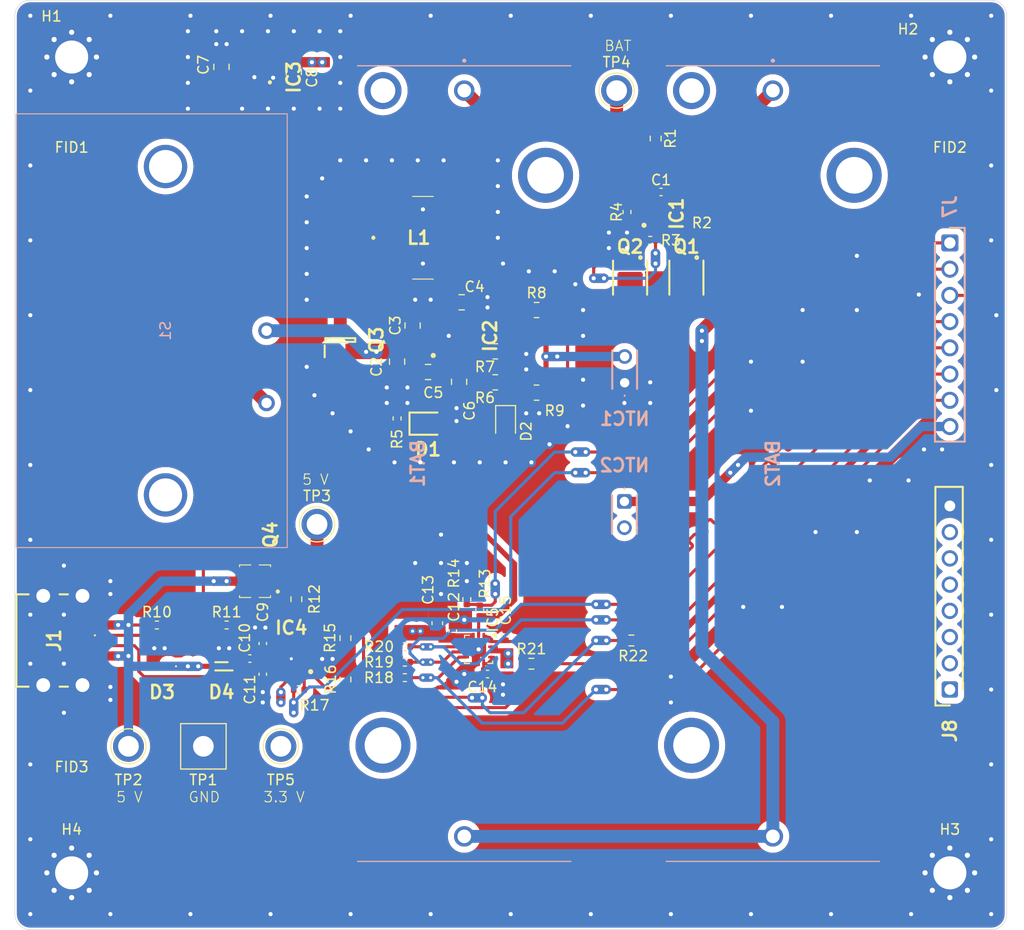
<source format=kicad_pcb>
(kicad_pcb (version 20240108) (generator "pcbnew") (generator_version "8.0")
  (layers (0 "F.Cu" signal) (1 "In1.Cu" signal) (2 "In2.Cu" signal) (31 "B.Cu" signal) (34 "B.Paste" user) (35 "F.Paste" user) (36 "B.SilkS" user "B.Silkscreen") (37 "F.SilkS" user "F.Silkscreen") (38 "B.Mask" user) (39 "F.Mask" user) (44 "Edge.Cuts" user))
  (net 0 "")
  (net 1 "Net-(BAT1--)")
  (net 4 "Net-(BAT1-+)")
  (net 9 "Net-(IC1-BAT)")
  (net 10 "GND")
  (net 11 "Net-(IC2-PMID)")
  (net 12 "Net-(IC2-BTST)")
  (net 13 "Net-(IC2-SW_1)")
  (net 14 "/VBUS")
  (net 15 "Net-(D2-A)")
  (net 16 "Net-(IC3-EN)")
  (net 17 "+3V3")
  (net 18 "Net-(IC4-CC1C)")
  (net 19 "Net-(D4-K)")
  (net 20 "Net-(IC4-CC2C)")
  (net 21 "/USB_CC1")
  (net 22 "/USB_CC2")
  (net 23 "Net-(D1-K)")
  (net 24 "Net-(D2-K)")
  (net 25 "Net-(D3-K)")
  (net 26 "Net-(IC1-COUT)")
  (net 27 "Net-(IC1-DOUT)")
  (net 28 "Net-(IC1-V-)")
  (net 30 "Net-(IC2-STAT)")
  (net 31 "Net-(IC2-TS)")
  (net 34 "Net-(IC2-ICHG)")
  (net 36 "Net-(IC3-L1)")
  (net 37 "/FLT{slash}_PS")
  (net 38 "Net-(IC4-VBUS_CTRL)")
  (net 39 "Net-(IC4-GATE)")
  (net 40 "Net-(IC4-SOURCE)")
  (net 41 "/USB_SDA_PS")
  (net 42 "/USB_SCL_PS")
  (net 43 "/INT_N_PS")
  (net 44 "/NTC_2_PS")
  (net 45 "/ADC_VBUS_PS")
  (net 46 "/BYPASS_CC2_PS")
  (net 47 "/BYPASS_CC1_PS")
  (net 54 "Net-(Q1-D_1)")
  (footprint "SamacSys_Parts:DQG_VSON-CLIP" (layer "F.Cu") (at 155 71.36 180)
    (property "Reference" "Q1")
    (property "Value" "CSD16406Q3" (hide yes))
  )
  (footprint "Resistor_SMD:R_0603_1608Metric" (layer "F.Cu") (at 122 110.27 90)
    (property "Reference" "R16")
    (property "Value" "5k1")
  )
  (footprint "Resistor_SMD:R_0805_2012Metric" (layer "F.Cu") (at 136.5 78.5)
    (property "Reference" "R7")
    (property "Value" "20k")
  )
  (footprint "SamacSys_Parts:ESDA25P351U1M" (layer "F.Cu") (at 104.25 109)
    (property "Reference" "D3")
    (property "Value" "ESDA25P35-1U1M" (hide yes))
  )
  (footprint "SamacSys_Parts:DQG_VSON-CLIP" (layer "F.Cu") (at 149.55 71.36 180)
    (property "Reference" "Q2")
    (property "Value" "CSD16406Q3" (hide yes))
  )
  (footprint "SamacSys_Parts:RHDR8W87P0X254_1X8_2087X250X865P" (layer "F.Cu") (at 180.5 111.25 90)
    (property "Reference" "J8")
    (property "Value" "PRT-09279" (hide yes))
  )
  (footprint "TestPoint:TestPoint_Plated_Hole_D2.0mm" (layer "F.Cu") (at 115.75 116.75)
    (property "Reference" "TP5")
    (property "Value" "TestPoint")
  )
  (footprint "Resistor_SMD:R_0603_1608Metric" (layer "F.Cu") (at 152.025 57.89 -90)
    (property "Reference" "R1")
    (property "Value" "330")
  )
  (footprint "Capacitor_SMD:C_0603_1608Metric" (layer "F.Cu") (at 130.89 104.8225 90)
    (property "Reference" "C13")
    (property "Value" "1u")
  )
  (footprint "Package_DFN_QFN:WQFN-14-1EP_2.5x2.5mm_P0.5mm_EP1.45x1.45mm" (layer "F.Cu") (at 134.89 107.36 -90)
    (property "Reference" "IC5")
    (property "Value" "FUSB302BMPX")
  )
  (footprint "SamacSys_Parts:UJCHGSMT2P6TR" (layer "F.Cu") (at 93.6 106.5 -90)
    (property "Reference" "J1")
    (property "Value" "UJC-H-G-SMT-2-P6-TR" (hide yes))
  )
  (footprint "Resistor_SMD:R_0402_1005Metric" (layer "F.Cu") (at 149.25 65.01 -90)
    (property "Reference" "R4")
    (property "Value" "2k2")
  )
  (footprint "SamacSys_Parts:SRN80408R2Y" (layer "F.Cu") (at 129.5 67.5)
    (property "Reference" "L1")
    (property "Value" "SRN8040-1R0Y" (hide yes))
  )
  (footprint "TestPoint:TestPoint_THTPad_4.0x4.0mm_Drill2.0mm" (layer "F.Cu") (at 108.25 116.75)
    (property "Reference" "TP1")
    (property "Value" "TestPoint")
  )
  (footprint "Resistor_SMD:R_0603_1608Metric" (layer "F.Cu") (at 149.675 106.5)
    (property "Reference" "R22")
    (property "Value" "0R")
  )
  (footprint "SamacSys_Parts:XCL103D503CRG" (layer "F.Cu") (at 113.487 51.95 90)
    (property "Reference" "IC3")
    (property "Value" "XCL240B333FR-G" (hide yes))
  )
  (footprint "Capacitor_SMD:C_0402_1005Metric" (layer "F.Cu") (at 114 109.77 -90)
    (property "Reference" "C11")
    (property "Value" "330p")
  )
  (footprint "Capacitor_SMD:C_0402_1005Metric" (layer "F.Cu") (at 152.55 63.065)
    (property "Reference" "C1")
    (property "Value" "100n")
  )
  (footprint "MountingHole:MountingHole_3.2mm_M3_Pad_Via" (layer "F.Cu") (at 95.5 129)
    (property "Reference" "H4")
    (property "Value" "MountingHole_Pad")
  )
  (footprint "Resistor_SMD:R_0402_1005Metric" (layer "F.Cu") (at 151.5 67.75 180)
    (property "Reference" "R3")
    (property "Value" "4M99")
  )
  (footprint "Fiducial:Fiducial_1mm_Mask2mm" (layer "F.Cu") (at 95.5 120.75)
    (property "Reference" "FID3")
    (property "Value" "Fiducial")
  )
  (footprint "SamacSys_Parts:SON50P150X150X80-6N" (layer "F.Cu") (at 152.05 65.165 90)
    (property "Reference" "IC1")
    (property "Value" "BQ29732DSER" (hide yes))
  )
  (footprint "Capacitor_SMD:C_0402_1005Metric" (layer "F.Cu") (at 137.5 106 90)
    (property "Reference" "C15")
    (property "Value" "330p")
  )
  (footprint "Capacitor_SMD:C_0402_1005Metric" (layer "F.Cu") (at 112.75 108.25 180)
    (property "Reference" "C10")
    (property "Value" "100n")
  )
  (footprint "Resistor_SMD:R_0402_1005Metric" (layer "F.Cu") (at 127.75 108.5975)
    (property "Reference" "R19")
    (property "Value" "4k7")
  )
  (footprint "SamacSys_Parts:DIOC2012X85N" (layer "F.Cu") (at 130 85.5)
    (property "Reference" "D1")
    (property "Value" "TS4148_RBG" (hide yes))
  )
  (footprint "Resistor_SMD:R_0603_1608Metric" (layer "F.Cu") (at 122 106.27 -90)
    (property "Reference" "R15")
    (property "Value" "5k1")
  )
  (footprint "Resistor_SMD:R_0402_1005Metric" (layer "F.Cu") (at 133.75 102.5 90)
    (property "Reference" "R14")
    (property "Value" "3k3")
  )
  (footprint "Capacitor_SMD:C_0805_2012Metric" (layer "F.Cu") (at 117 51.45 -90)
    (property "Reference" "C8")
    (property "Value" "10u")
  )
  (footprint "Capacitor_SMD:C_0402_1005Metric" (layer "F.Cu") (at 132.39 105.5775 90)
    (property "Reference" "C12")
    (property "Value" "100n")
  )
  (footprint "Resistor_SMD:R_0402_1005Metric" (layer "F.Cu") (at 154.525 66.065)
    (property "Reference" "R2")
    (property "Value" "4M99")
  )
  (footprint "Capacitor_SMD:C_0805_2012Metric" (layer "F.Cu") (at 110 50.95 90)
    (property "Reference" "C7")
    (property "Value" "4u7")
  )
  (footprint "Capacitor_SMD:C_0402_1005Metric" (layer "F.Cu") (at 135.75 109.75)
    (property "Reference" "C14")
    (property "Value" "330p")
  )
  (footprint "Resistor_SMD:R_0402_1005Metric" (layer "F.Cu") (at 127.76 107.0975)
    (property "Reference" "R20")
    (property "Value" "4k7")
  )
  (footprint "Resistor_SMD:R_0805_2012Metric" (layer "F.Cu") (at 136.5 81.5)
    (property "Reference" "R6")
    (property "Value" "150")
  )
  (footprint "Fiducial:Fiducial_1mm_Mask2mm" (layer "F.Cu") (at 95.5 60.75)
    (property "Reference" "FID1")
    (property "Value" "Fiducial")
  )
  (footprint "Resistor_SMD:R_0402_1005Metric" (layer "F.Cu") (at 110.5 105)
    (property "Reference" "R11")
    (property "Value" "2k4")
  )
  (footprint "Capacitor_SMD:C_0805_2012Metric" (layer "F.Cu") (at 133.25 73.75)
    (property "Reference" "C4")
    (property "Value" "10u")
  )
  (footprint "TestPoint:TestPoint_Plated_Hole_D2.0mm" (layer "F.Cu") (at 148.25 53.25)
    (property "Reference" "TP4")
    (property "Value" "TestPoint")
  )
  (footprint "MountingHole:MountingHole_3.2mm_M3_Pad_Via" (layer "F.Cu") (at 180.5 129)
    (property "Reference" "H3")
    (property "Value" "MountingHole_Pad")
  )
  (footprint "Capacitor_SMD:C_0805_2012Metric" (layer "F.Cu") (at 128.5 76 90)
    (property "Reference" "C3")
    (property "Value" "47n")
  )
  (footprint "Capacitor_SMD:C_0805_2012Metric" (layer "F.Cu") (at 130 80.5 180)
    (property "Reference" "C5")
    (property "Value" "2u2")
  )
  (footprint "LED_SMD:LED_0805_2012Metric" (layer "F.Cu") (at 137.5 85.4375 -90)
    (property "Reference" "D2")
    (property "Value" "LED")
  )
  (footprint "Resistor_SMD:R_0402_1005Metric" (layer "F.Cu") (at 117.5 111.27)
    (property "Reference" "R17")
    (property "Value" "10k")
  )
  (footprint "SamacSys_Parts:SOT96P240X115-3N" (layer "F.Cu") (at 121.5 77.4 90)
    (property "Reference" "Q3")
    (property "Value" "DMP2305U-7" (hide yes))
  )
  (footprint "Capacitor_SMD:C_0805_2012Metric" (layer "F.Cu") (at 133 81.45 -90)
    (property "Reference" "C6")
    (property "Value" "2u2")
  )
  (footprint "Resistor_SMD:R_0402_1005Metric" (layer "F.Cu") (at 127 85 90)
    (property "Reference" "R5")
    (property "Value" "100k")
  )
  (footprint "MountingHole:MountingHole_3.2mm_M3_Pad_Via" (layer "F.Cu") (at 95.5 50)
    (property "Reference" "H1")
    (property "Value" "MountingHole_Pad")
  )
  (footprint "SamacSys_Parts:QFN50P300X300X100-13N-D" (layer "F.Cu") (at 116.76 108.27 180)
    (property "Reference" "IC4")
    (property "Value" "TCPP01-M12" (hide yes))
  )
  (footprint "Resistor_SMD:R_0402_1005Metric" (layer "F.Cu") (at 127.75 110.0975)
    (property "Reference" "R18")
    (property "Value" "4k7")
  )
  (footprint "TestPoint:TestPoint_Plated_Hole_D2.0mm" (layer "F.Cu") (at 101 116.75)
    (property "Reference" "TP2")
    (property "Value" "TestPoint")
  )
  (footprint "Capacitor_SMD:C_0402_1005Metric" (layer "F.Cu") (at 114 106.79 -90)
    (property "Reference" "C9")
    (property "Value" "330p")
  )
  (footprint "SamacSys_Parts:STL20N6F7" (layer "F.Cu") (at 113.25 100.76 90)
    (property "Reference" "Q4")
    (property "Value" "STL11N3LLH6" (hide yes))
  )
  (footprint "SamacSys_Parts:QFN50P300X300X80-17N-D" (layer "F.Cu") (at 132 77 90)
    (property "Reference" "IC2")
    (property "Value" "BQ25302RTER" (hide yes))
  )
  (footprint "SamacSys_Parts:SODFL1608X70N" (layer "F.Cu") (at 110 109 180)
    (property "Reference" "D4")
    (property "Value" "BAT54KFILM" (hide yes))
  )
  (footprint "Resistor_SMD:R_0805_2012Metric" (layer "F.Cu") (at 140.5 82.5 180)
    (property "Reference" "R9")
    (property "Value" "23k2")
  )
  (footprint "Capacitor_SMD:C_0805_2012Metric" (layer "F.Cu") (at 127 79.5 -90)
    (property "Reference" "C2")
    (property "Value" "10u")
  )
  (footprint "Resistor_SMD:R_0603_1608Metric" (layer "F.Cu") (at 117.25 102.5 -90)
    (property "Reference" "R12")
    (property "Value" "0R")
  )
  (footprint "TestPoint:TestPoint_Plated_Hole_D2.0mm" (layer "F.Cu") (at 119.25 95.25)
    (property "Reference" "TP3")
    (property "Value" "TestPoint")
  )
  (footprint "Resistor_SMD:R_0402_1005Metric" (layer "F.Cu") (at 135 103.5975 90)
    (property "Reference" "R13")
    (property "Value" "1k69")
  )
  (footprint "Resistor_SMD:R_0402_1005Metric" (layer "F.Cu") (at 103.75 105)
    (property "Reference" "R10")
    (property "Value" "10k")
  )
  (footprint "Resistor_SMD:R_0805_2012Metric" (layer "F.Cu") (at 140.5 74.5)
    (property "Reference" "R8")
    (property "Value" "4k53")
  )
  (footprint "Resistor_SMD:R_0603_1608Metric" (layer "F.Cu") (at 140 108.75)
    (property "Reference" "R21")
    (property "Value" "0R")
  )
  (footprint "MountingHole:MountingHole_3.2mm_M3_Pad_Via" (layer "F.Cu") (at 180.5 50)
    (property "Reference" "H2")
    (property "Value" "MountingHole_Pad")
  )
  (footprint "Fiducial:Fiducial_1mm_Mask2mm" (layer "F.Cu") (at 180.5 60.75)
    (property "Reference" "FID2")
    (property "Value" "Fiducial")
  )
  (footprint "SamacSys_Parts:103AT2" (layer "B.Cu") (at 149 93.035)
    (property "Reference" "NTC2")
    (property "Value" "103AT-2" (hide yes))
  )
  (footprint "SamacSys_Parts:RA12131100" (layer "B.Cu") (at 104.5865 76.5 -90)
    (property "Reference" "S1")
    (property "Value" "RA12131100")
  )
  (footprint "SamacSys_Parts:1043" (layer "B.Cu") (at 133.5 53.25 90)
    (property "Reference" "BAT1")
    (property "Value" "1043" (hide yes))
  )
  (footprint "SamacSys_Parts:1043" (layer "B.Cu") (at 163.37 53.25 90)
    (property "Reference" "BAT2")
    (property "Value" "1043" (hide yes))
  )
  (footprint "SamacSys_Parts:103AT2" (layer "B.Cu") (at 149.025 81.54 180)
    (property "Reference" "NTC1")
    (property "Value" "103AT-2" (hide yes))
  )
  (footprint "SamacSys_Parts:HDRV8W64P0X254_1X8_2032X250X888P" (layer "B.Cu") (at 180.5 68 -90)
    (property "Reference" "J7")
    (property "Value" "PH1-08-UA" (hide yes))
  )
  (gr_arc (start 90 46) (mid 90.43934 44.93934) (end 91.5 44.5) (stroke (width 0.05)) (layer "Edge.Cuts"))
  (gr_line (start 90 133) (end 90 46) (stroke (width 0.05)) (layer "Edge.Cuts"))
  (gr_arc (start 184.5 44.5) (mid 185.56066 44.93934) (end 186 46) (stroke (width 0.05)) (layer "Edge.Cuts"))
  (gr_line (start 184.5 134.5) (end 91.5 134.5) (stroke (width 0.05)) (layer "Edge.Cuts"))
  (gr_arc (start 186 133) (mid 185.56066 134.06066) (end 184.5 134.5) (stroke (width 0.05)) (layer "Edge.Cuts"))
  (gr_line (start 186 46) (end 186 133) (stroke (width 0.05)) (layer "Edge.Cuts"))
  (gr_arc (start 91.5 134.5) (mid 90.43934 134.06066) (end 90 133) (stroke (width 0.05)) (layer "Edge.Cuts"))
  (gr_line (start 91.5 44.5) (end 184.5 44.5) (stroke (width 0.05)) (layer "Edge.Cuts"))
  (gr_text "5 V" (at 117.75 91.5 0) (layer "F.SilkS") (effects (font (size 1 1) (thickness 0.1)) (justify left bottom)))
  (gr_text "GND" (at 106.75 122.25 0) (layer "F.SilkS") (effects (font (size 1 1) (thickness 0.1)) (justify left bottom)))
  (gr_text "5 V" (at 99.75 122.25 0) (layer "F.SilkS") (effects (font (size 1 1) (thickness 0.1)) (justify left bottom)))
  (gr_text "BAT" (at 147 49.5 0) (layer "F.SilkS") (effects (font (size 1 1) (thickness 0.1)) (justify left bottom)))
  (gr_text "3.3 V" (at 114 122.25 0) (layer "F.SilkS") (effects (font (size 1 1) (thickness 0.1)) (justify left bottom)))
  (segment (start 155.035 66.065) (end 155.035 69.635) (width 0.5) (layer "F.Cu") (net 1))
  (segment (start 156.065 63.065) (end 158.25 65.25) (width 1.25) (layer "F.Cu") (net 1))
  (segment (start 153.03 64.47) (end 152.935 64.565) (width 0.3) (layer "F.Cu") (net 1))
  (segment (start 155.035 69.635) (end 155.325 69.925) (width 0.5) (layer "F.Cu") (net 1))
  (segment (start 154.75 63.065) (end 156.065 63.065) (width 1.25) (layer "F.Cu") (net 1))
  (segment (start 158.25 65.25) (end 158.25 74.75) (width 1.25) (layer "F.Cu") (net 1))
  (segment (start 156.5 76.5) (end 156.5 77.5) (width 1.25) (layer "F.Cu") (net 1))
  (segment (start 154.75 63.065) (end 153.03 63.065) (width 0.7) (layer "F.Cu") (net 1))
  (segment (start 152.935 64.565) (end 152.55 64.565) (width 0.3) (layer "F.Cu") (net 1))
  (segment (start 158.25 74.75) (end 156.5 76.5) (width 1.25) (layer "F.Cu") (net 1))
  (segment (start 153.03 63.065) (end 153.03 64.47) (width 0.3) (layer "F.Cu") (net 1))
  (via (at 156.5 77.5) (size 0.9) (drill 0.4) (layers "F.Cu" "B.Cu") (net 1))
  (via (at 156.5 76.5) (size 0.9) (drill 0.4) (layers "F.Cu" "B.Cu") (net 1))
  (segment (start 163.37 125.47) (end 163.37 114.37) (width 1.25) (layer "B.Cu") (net 1))
  (segment (start 156.5 76.5) (end 156.5 77.5) (width 1.25) (layer "B.Cu") (net 1))
  (segment (start 163.37 114.37) (end 156.5 107.5) (width 1.25) (layer "B.Cu") (net 1))
  (segment (start 133.5 125.47) (end 163.37 125.47) (width 1.25) (layer "B.Cu") (net 1))
  (segment (start 156.5 107.5) (end 156.5 77.5) (width 1.25) (layer "B.Cu") (net 1))
  (segment (start 132.25 73.8) (end 132.3 73.75) (width 0.3) (layer "F.Cu") (net 4))
  (segment (start 132.25 75.5) (end 132.25 73.8) (width 0.3) (layer "F.Cu") (net 4))
  (segment (start 137.25 57) (end 132.5 61.75) (width 1.25) (layer "F.Cu") (net 4))
  (segment (start 132.3 67.5) (end 132.3 73.75) (width 1.25) (layer "F.Cu") (net 4))
  (segment (start 148.25 53.25) (end 148.25 57) (width 1.25) (layer "F.Cu") (net 4))
  (segment (start 132.3 61.95) (end 123.3 61.95) (width 1.25) (layer "F.Cu") (net 4))
  (segment (start 132.3 61.95) (end 132.3 67.5) (width 1.25) (layer "F.Cu") (net 4))
  (segment (start 159.62 57) (end 148.25 57) (width 1.25) (layer "F.Cu") (net 4))
  (segment (start 132.5 61.75) (end 132.3 61.95) (width 1.25) (layer "F.Cu") (net 4))
  (segment (start 148.25 57) (end 137.25 57) (width 1.25) (layer "F.Cu") (net 4))
  (segment (start 133.5 53.25) (end 136.5 56.25) (width 1.25) (layer "F.Cu") (net 4))
  (segment (start 123.3 61.95) (end 121.5 63.75) (width 1.25) (layer "F.Cu") (net 4))
  (segment (start 121.5 63.75) (end 121.5 76.25) (width 1.25) (layer "F.Cu") (net 4))
  (segment (start 163.37 53.25) (end 159.62 57) (width 1.25) (layer "F.Cu") (net 4))
  (segment (start 137.25 57) (end 136.5 56.25) (width 1.25) (layer "F.Cu") (net 4))
  (segment (start 152.05 63.085) (end 152.07 63.065) (width 0.3) (layer "F.Cu") (net 9))
  (segment (start 152.05 64.565) (end 152.05 63.085) (width 0.3) (layer "F.Cu") (net 9))
  (segment (start 152.07 58.76) (end 152.07 63.065) (width 0.5) (layer "F.Cu") (net 9))
  (segment (start 134.39 108.86) (end 133.5 109.75) (width 0.3) (layer "F.Cu") (net 10))
  (segment (start 131.25 75.5) (end 131.25 76.25) (width 0.2) (layer "F.Cu") (net 10))
  (segment (start 112.27 108.25) (end 112.27 107.52) (width 0.5) (layer "F.Cu") (net 10))
  (segment (start 112.27 107.52) (end 112 107.25) (width 0.5) (layer "F.Cu") (net 10))
  (segment (start 136.23 109.75) (end 136.75 109.75) (width 0.5) (layer "F.Cu") (net 10))
  (segment (start 120.73 108.27) (end 120.75 108.29) (width 0.3) (layer "F.Cu") (net 10))
  (segment (start 149.25 69.9) (end 149.225 69.925) (width 0.4) (layer "F.Cu") (net 10))
  (segment (start 134.39 108.6225) (end 134.39 108.86) (width 0.3) (layer "F.Cu") (net 10))
  (segment (start 113.187 51.95) (end 114.125 51.95) (width 0.3) (layer "F.Cu") (net 10))
  (segment (start 131.25 76.25) (end 132 77) (width 0.2) (layer "F.Cu") (net 10))
  (segment (start 136.23 109.75) (end 136.25 109.75) (width 0.5) (layer "F.Cu") (net 10))
  (segment (start 131.75 76.75) (end 132 77) (width 0.2) (layer "F.Cu") (net 10))
  (segment (start 137.25 110.25) (end 137.25 110.75) (width 0.5) (layer "F.Cu") (net 10))
  (segment (start 149.25 65.52) (end 149.25 67) (width 0.4) (layer "F.Cu") (net 10))
  (segment (start 112 107.25) (end 110.75 107.25) (width 0.5) (layer "F.Cu") (net 10))
  (segment (start 134.39 108.6225) (end 134.39 107.86) (width 0.3) (layer "F.Cu") (net 10))
  (segment (start 137 110) (end 137.25 110.25) (width 0.5) (layer "F.Cu") (net 10))
  (segment (start 150.99 67.75) (end 149.25 67.75) (width 0.7) (layer "F.Cu") (net 10))
  (segment (start 137.25 110.75) (end 137.25 111.75) (width 0.9) (layer "F.Cu") (net 10))
  (segment (start 115 52) (end 115.4 52.4) (width 0.9) (layer "F.Cu") (net 10))
  (segment (start 133.5 109.75) (end 132.75 110.5) (width 0.9) (layer "F.Cu") (net 10))
  (segment (start 134.39 107.86) (end 134.89 107.36) (width 0.3) (layer "F.Cu") (net 10))
  (segment (start 149.25 67.75) (end 149.25 68.5) (width 0.4) (layer "F.Cu") (net 10))
  (segment (start 118.21 108.27) (end 120.73 108.27) (width 0.3) (layer "F.Cu") (net 10))
  (segment (start 136.75 109.75) (end 137 110) (width 0.5) (layer "F.Cu") (net 10))
  (segment (start 149.25 67) (end 149.25 67.75) (width 0.4) (layer "F.Cu") (net 10))
  (segment (start 112.25 51.95) (end 113.187 51.95) (width 0.3) (layer "F.Cu") (net 10))
  (segment (start 115.4 52.4) (end 117 52.4) (width 0.9) (layer "F.Cu") (net 10))
  (segment (start 134.89 108.6225) (end 134.39 108.6225) (width 0.3) (layer "F.Cu") (net 10))
  (segment (start 134.89 108.6225) (end 134.89 107.36) (width 0.3) (layer "F.Cu") (net 10))
  (segment (start 114.95 51.95) (end 114.125 51.95) (width 0.3) (layer "F.Cu") (net 10))
  (segment (start 132.75 75.5) (end 132.75 76.25) (width 0.3) (layer "F.Cu") (net 10))
  (segment (start 149.25 68.5) (end 149.25 69.9) (width 0.4) (layer "F.Cu") (net 10))
  (segment (start 118.21 108.27) (end 116.76 108.27) (width 0.3) (layer "F.Cu") (net 10))
  (segment (start 131.75 75.5) (end 131.75 76.75) (width 0.2) (layer "F.Cu") (net 10))
  (segment (start 132.75 76.25) (end 132 77) (width 0.3) (layer "F.Cu") (net 10))
  (segment (start 149.225 69.925) (end 150.525 69.925) (width 0.4) (layer "F.Cu") (net 10))
  (segment (start 115 52) (end 114.95 51.95) (width 0.3) (layer "F.Cu") (net 10))
  (via (at 110.5 48.75) (size 0.9) (drill 0.4) (layers "F.Cu" "B.Cu") (net 10))
  (via (at 172.75 91) (size 0.9) (drill 0.4) (layers "F.Cu" "B.Cu") (net 10))
  (via (at 119.5 47.5) (size 0.9) (drill 0.4) (layers "F.Cu" "B.Cu") (net 10))
  (via (at 106.75 47.5) (size 0.9) (drill 0.4) (layers "F.Cu" "B.Cu") (net 10))
  (via (at 135.75 73.25) (size 0.9) (drill 0.4) (layers "F.Cu" "B.Cu") (net 10))
  (via (at 164.25 103.25) (size 0.9) (drill 0.4) (layers "F.Cu" "B.Cu") (net 10))
  (via (at 184.5 67.75) (size 0.9) (drill 0.4) (layers "F.Cu" "B.Cu") (net 10))
  (via (at 145.75 133) (size 0.9) (drill 0.4) (layers "F.Cu" "B.Cu") (net 10))
  (via (at 91.5 108.75) (size 0.9) (drill 0.4) (layers "F.Cu" "B.Cu") (net 10))
  (via (at 169 133) (size 0.9) (drill 0.4) (layers "F.Cu" "B.Cu") (net 10))
  (via (at 104.5 107.25) (size 0.9) (drill 0.4) (layers "F.Cu" "B.Cu") (net 10))
  (via (at 118.25 63.5) (size 0.9) (drill 0.4) (layers "F.Cu" "B.Cu") (net 10))
  (via (at 91.5 89.5) (size 0.9) (drill 0.4) (layers "F.Cu" "B.Cu") (net 10))
  (via (at 171.5 96) (size 0.9) (drill 0.4) (layers "F.Cu" "B.Cu") (net 10))
  (via (at 171.5 69.25) (size 0.9) (drill 0.4) (layers "F.Cu" "B.Cu") (net 10))
  (via (at 117 55) (size 0.9) (drill 0.4) (layers "F.Cu" "B.Cu") (net 10))
  (via (at 126 83.5) (size 0.9) (drill 0.4) (layers "F.Cu" "B.Cu") (net 10))
  (via (at 184.5 60.5) (size 0.9) (drill 0.4) (layers "F.Cu" "B.Cu") (net 10))
  (via (at 130.25 73.5) (size 0.9) (drill 0.4) (layers "F.Cu" "B.Cu") (net 10))
  (via (at 169 46) (size 0.9) (drill 0.4) (layers "F.Cu" "B.Cu") (net 10))
  (via (at 185 82.25) (size 0.9) (drill 0.4) (layers "F.Cu" "B.Cu") (net 10))
  (via (at 115 52) (size 0.9) (drill 0.4) (layers "F.Cu" "B.Cu") (net 10))
  (via (at 109.5 47.5) (size 0.9) (drill 0.4) (layers "F.Cu" "B.Cu") (net 10))
  (via (at 117 47.5) (size 0.9) (drill 0.4) (layers "F.Cu" "B.Cu") (net 10))
  (via (at 153.5 110) (size 0.9) (drill 0.4) (layers "F.Cu" "B.Cu") (net 10))
  (via (at 166.25 74.5) (size 0.9) (drill 0.4) (layers "F.Cu" "B.Cu") (net 10))
  (via (at 91.5 133) (size 0.9) (drill 0.4) (layers "F.Cu" "B.Cu") (net 10))
  (via (at 94.75 104) (size 0.9) (drill 0.4) (layers "F.Cu" "B.Cu") (net 10))
  (via (at 149.25 68.5) (size 0.9) (drill 0.4) (layers "F.Cu" "B.Cu") (net 10))
  (via (at 122.5 133) (size 0.9) (drill 0.4) (layers "F.Cu" "B.Cu") (net 10))
  (via (at 124.25 88) (size 0.9) (drill 0.4) (layers "F.Cu" "B.Cu") (net 10))
  (via (at 138 46) (size 0.9) (drill 0.4) (layers "F.Cu" "B.Cu") (net 10))
  (via (at 113.252982 105.241053) (size 0.9) (drill 0.4) (layers "F.Cu" "B.Cu") (net 10))
  (via (at 161.25 133) (size 0.9) (drill 0.4) (layers "F.Cu" "B.Cu") (net 10))
  (via (at 140.75 84.5) (size 0.9) (drill 0.4) (layers "F.Cu" "B.Cu") (net 10))
  (via (at 118.25 66) (size 0.9) (drill 0.4) (layers "F.Cu" "B.Cu") (net 10))
  (via (at 122.5 46) (size 0.9) (drill 0.4) (layers "F.Cu" "B.Cu") (net 10))
  (via (at 185 75) (size 0.9) (drill 0.4) (layers "F.Cu" "B.Cu") (net 10))
  (via (at 113.187 51.95) (size 0.9) (drill 0.4) (layers "F.Cu" "B.Cu") (net 10))
  (via (at 119 82.75) (size 0.9) (drill 0.4) (layers "F.Cu" "B.Cu") (net 10))
  (via (at 112 55) (size 0.9) (drill 0.4) (layers "F.Cu" "B.Cu") (net 10))
  (via (at 106.75 50) (size 0.9) (drill 0.4) (layers "F.Cu" "B.Cu") (net 10))
  (via (at 179.75 88) (size 0.9) (drill 0.4) (layers "F.Cu" "B.Cu") (net 10))
  (via (at 103.5 107.25) (size 0.9) (drill 0.4) (layers "F.Cu" "B.Cu") (net 10))
  (via (at 99.25 102) (size 0.9) (drill 0.4) (layers "F.Cu" "B.Cu") (net 10))
  (via (at 144.25 72) (size 0.9) (drill 0.4) (layers "F.Cu" "B.Cu") (net 10))
  (via (at 128 82) (size 0.9) (drill 0.4) (layers "F.Cu" "B.Cu") (net 10))
  (via (at 129 60) (size 0.9) (drill 0.4) (layers "F.Cu" "B.Cu") (net 10))
  (via (at 166.25 79.5) (size 0.9) (drill 0.4) (layers "F.Cu" "B.Cu") (net 10))
  (via (at 130.25 46) (size 0.9) (drill 0.4) (layers "F.Cu" "B.Cu") (net 10))
  (via (at 114.75 46) (size 0.9) (drill 0.4) (layers "F.Cu" "B.Cu") (net 10))
  (via (at 149 83.5) (size 0.9) (drill 0.4) (layers "F.Cu" "B.Cu") (net 10))
  (via (at 124 60) (size 0.9) (drill 0.4) (layers "F.Cu" "B.Cu") (net 10))
  (via (at 136.75 65) (size 0.9) (drill 0.4) (layers "F.Cu" "B.Cu") (net 10))
  (via (at 184.5 125.75) (size 0.9) (drill 0.4) (layers "F.Cu" "B.Cu") (net 10))
  (via (at 121.5 55) (size 0.9) (drill 0.4) (layers "F.Cu" "B.Cu") (net 10))
  (via (at 126.75 89.25) (size 0.9) (drill 0.4) (layers "F.Cu" "B.Cu") (net 10))
  (via (at 119.75 108.29) (size 0.9) (drill 0.4) (layers "F.Cu" "B.Cu") (net 10))
  (via (at 143.5 85.75) (size 0.9) (drill 0.4) (layers "F.Cu" "B.Cu") (net 10))
  (via (at 184.5 118.5) (size 0.9) (drill 0.4) (layers "F.Cu" "B.Cu") (net 10))
  (via (at 176.75 46) (size 0.9) (drill 0.4) (layers "F.Cu" "B.Cu") (net 10))
  (via (at 145.75 46) (size 0.9) (drill 0.4) (layers "F.Cu" "B.Cu") (net 10))
  (via (at 136.75 62.5) (size 0.9) (drill 0.4) (layers "F.Cu" "B.Cu") (net 10))
  (via (at 106.75 55) (size 0.9) (drill 0.4) (layers "F.Cu" "B.Cu") (net 10))
  (via (at 121.5 60) (size 0.9) (drill 0.4) (layers "F.Cu" "B.Cu") (net 10))
  (via (at 184.5 89.5) (size 0.9) (drill 0.4) (layers "F.Cu" "B.Cu") (net 10))
  (via (at 118.25 73.5) (size 0.9) (drill 0.4) (layers "F.Cu" "B.Cu") (net 10))
  (via (at 131.5 60) (size 0.9) (drill 0.4) (layers "F.Cu" "B.Cu") (net 10))
  (via (at 109.5 48.75) (size 0.9) (drill 0.4) (layers "F.Cu" "B.Cu") (net 10))
  (via (at 91.5 75) (size 0.9) (drill 0.4) (layers "F.Cu" "B.Cu") (net 10))
  (via (at 121.5 52.5) (size 0.9) (drill 0.4) (layers "F.Cu" "B.Cu") (net 10))
  (via (at 130.25 133) (size 0.9) (drill 0.4) (layers "F.Cu" "B.Cu") (net 10))
  (via (at 136.75 60) (size 0.9) (drill 0.4) (layers "F.Cu" "B.Cu") (net 10))
  (via (at 147.5 68.5) (size 0.9) (drill 0.4) (layers "F.Cu" "B.Cu") (net 10))
  (via (at 129.25 89.25) (size 0.9) (drill 0.4) (layers "F.Cu" "B.Cu") (net 10))
  (via (at 114.75 133) (size 0.9) (drill 0.4) (layers "F.Cu" "B.Cu") (net 10))
  (via (at 106.75 52.5) (size 0.9) (drill 0.4) (layers "F.Cu" "B.Cu") (net 10))
  (via (at 132.75 84) (size 0.9) (drill 0.4) (layers "F.Cu" "B.Cu") (net 10))
  (via (at 153.5 112.5) (size 0.9) (drill 0.4) (layers "F.Cu" "B.Cu") (net 10))
  (via (at 133.5 104.5) (size 0.9) (drill 0.4) (layers "F.Cu" "B.Cu") (net 10))
  (via (at 184.5 111.25) (size 0.9) (drill 0.4) (layers "F.Cu" "B.Cu") (net 10))
  (via (at 110.75 107.25) (size 0.9) (drill 0.4) (layers "F.Cu" "B.Cu") (net 10))
  (via (at 121.5 47.5) (size 0.9) (drill 0.4) (layers "F.Cu" "B.Cu") (net 10))
  (via (at 149.25 67) (size 0.9) (drill 0.4) (layers "F.Cu" "B.Cu") (net 10))
  (via (at 114.5 55) (size 0.9) (drill 0.4) (layers "F.Cu" "B.Cu") (net 10))
  (via (at 91.5 125.75) (size 0.9) (drill 0.4) (layers "F.Cu" "B.Cu") (net 10))
  (via (at 133.75 100.75) (size 0.9) (drill 0.4) (layers "F.Cu" "B.Cu") (net 10))
  (via (at 161.25 46) (size 0.9) (drill 0.4) (layers "F.Cu" "B.Cu") (net 10))
  (via (at 139.5 78.75) (size 0.9) (drill 0.4) (layers "F.Cu" "B.Cu") (net 10))
  (via (at 147.5 67) (size 0.9) (drill 0.4) (layers "F.Cu" "B.Cu") (net 10))
  (via (at 126 82) (size 0.9) (drill 0.4) (layers "F.Cu" "B.Cu") (net 10))
  (via (at 184.5 104) (size 0.9) (drill 0.4) (layers "F.Cu" "B.Cu") (net 10))
  (via (at 129.5 70) (size 0.9) (drill 0.4) (layers "F.Cu" "B.Cu") (net 10))
  (via (at 94.75 113.5) (size 0.9) (drill 0.4) (layers "F.Cu" "B.Cu") (net 10))
  (via (at 120.75 108.29) (size 0.9) (drill 0.4) (layers "F.Cu" "B.Cu") (net 10))
  (via (at 109.75 107.25) (size 0.9) (drill 0.4) (layers "F.Cu" "B.Cu") (net 10))
  (via (at 138 133) (size 0.9) (drill 0.4) (layers "F.Cu" "B.Cu") (net 10))
  (via (at 107 133) (size 0.9) (drill 0.4) (layers "F.Cu" "B.Cu") (net 10))
  (via (at 116.76 108.27) (size 0.7) (drill 0.3) (layers "F.Cu" "B.Cu") (net 10))
  (via (at 132.75 110.5) (size 0.9) (drill 0.4) (layers "F.Cu" "B.Cu") (net 10))
  (via (at 118.25 68.5) (size 0.9) (drill 0.4) (layers "F.Cu" "B.Cu") (net 10))
  (via (at 94.75 108.75) (size 0.9) (drill 0.4) (layers "F.Cu" "B.Cu") (net 10))
  (via (at 171.5 74.5) (size 0.9) (drill 0.4) (layers "F.Cu" "B.Cu") (net 10))
  (via (at 126.5 60) (size 0.9) (drill 0.4) (layers "F.Cu" "B.Cu") (net 10))
  (via (at 139.5 80.25) (size 0.9) (drill 0.4) (layers "F.Cu" "B.Cu") (net 10))
  (via (at 177.5 73) (size 0.9) (drill 0.4) (layers "F.Cu" "B.Cu") (net 10))
  (via (at 151.5 81.5) (size 0.9) (drill 0.4) (layers "F.Cu" "B.Cu") (net 10))
  (via (at 160.5 103.25) (size 0.9) (drill 0.4) (layers "F.Cu" "B.Cu") (net 10))
  (via (at 99.25 133) (size 0.9) (drill 0.4) (layers "F.Cu" "B.Cu") (net 10))
  (via (at 114.5 47.5) (size 0.9) (drill 0.4) (layers "F.Cu" "B.Cu") (net 10))
  (via (at 142.25 70.75) (size 0.9) (drill 0.4) (layers "F.Cu" "B.Cu") (net 10))
  (via (at 184.5 53.25) (size 0.9) (drill 0.4) (layers "F.Cu" "B.Cu") (net 10))
  (via (at 99.25 112.25) (size 0.9) (drill 0.4) (layers "F.Cu" "B.Cu") (net 10))
  (via (at 139.5 84.5) (size 0.9) (drill 0.4) (layers "F.Cu" "B.Cu") (net 10))
  (via (at 107 46) (size 0.9) (drill 0.4) (layers "F.Cu" "B.Cu") (net 10))
  (via (at 145 81.25) (size 0.9) (drill 0.4) (layers "F.Cu" "B.Cu") (net 10))
  (via (at 133.5 109.75) (size 0.9) (drill 0.4) (layers "F.Cu" "B.Cu") (net 10))
  (via (at 135.75 74.25) (size 0.9) (drill 0.4) (layers "F.Cu" "B.Cu") (net 10))
  (via (at 137.25 110.75) (size 0.9) (drill 0.4) (layers "F.Cu" "B.Cu") (net 10))
  (via (at 137.25 111.75) (size 0.9) (drill 0.4) (layers "F.Cu" "B.Cu") (net 10))
  (via (at 161.25 79.5) (size 0.9) (drill 0.4) (layers "F.Cu" "B.Cu") (net 10))
  (via (at 131.25 99) (size 0.9) (drill 0.4) (layers "F.Cu" "B.Cu") (net 10))
  (via (at 91.5 96.75) (size 0.9) (drill 0.4) (layers "F.Cu" "B.Cu") (net 10))
  (via (at 145 83.75) (size 0.9) (drill 0.4) (layers "F.Cu" "B.Cu") (net 10))
  (via (at 153.5 46) (size 0.9) (drill 0.4) (layers "F.Cu" "B.Cu") (net 10))
  (via (at 91.5 104) (size 0.9) (drill 0.4) (layers "F.Cu" "B.Cu") (net 10))
  (via (at 176.5 91) (size 0.9) (drill 0.4) (layers "F.Cu" "B.Cu") (net 10))
  (via (at 128.75 73.5) (size 0.9) (drill 0.4) (layers "F.Cu" "B.Cu") (net 10))
  (via (at 135 89.25) (size 0.9) (drill 0.4) (layers "F.Cu" "B.Cu") (net 10))
  (via (at 121.5 50) (size 0.9) (drill 0.4) (layers "F.Cu" "B.Cu") (net 10))
  (via (at 119.5 55) (size 0.9) (drill 0.4) (layers "F.Cu" "B.Cu") (net 10))
  (via (at 136.75 67.5) (size 0.9) (drill 0.4) (layers "F.Cu" "B.Cu") (net 10))
  (via (at 119.75 61.75) (size 0.9) (drill 0.4) (layers "F.Cu" "B.Cu") (net 10))
  (via (at 132.5 89.25) (size 0.9) (drill 0.4) (layers "F.Cu" "B.Cu") (net 10))
  (via (at 133.75 99) (size 0.9) (drill 0.4) (layers "F.Cu" "B.Cu") (net 10))
  (via (at 114 112.5) (size 0.9) (drill 0.4) (layers "F.Cu" "B.Cu") (net 10))
  (via (at 118.25 71) (size 0.9) (drill 0.4) (layers "F.Cu" "B.Cu") (net 10))
  (via (at 99.25 46) (size 0.9) (drill 0.4) (layers "F.Cu" "B.Cu") (net 10))
  (via (at 91.5 53.25) (size 0.9) (drill 0.4) (layers "F.Cu" "B.Cu") (net 10))
  (via (at 128.75 99) (size 0.9) (drill 0.4) (layers "F.Cu" "B.Cu") (net 10))
  (via (at 140 89.25) (size 0.9) (drill 0.4) (layers "F.Cu" "B.Cu") (net 10))
  (via (at 145 74.5) (size 0.9) (drill 0.4) (layers "F.Cu" "B.Cu") (net 10))
  (via (at 114.25 105.25) (size 0.9) (drill 0.4) (layers "F.Cu" "B.Cu") (net 10))
  (via (at 94.75 99.25) (size 0.9) (drill 0.4) (layers "F.Cu" "B.Cu") (net 10))
  (via (at 134.89 107.36) (size 0.9) (drill 0.4) (layers "F.Cu" "B.Cu") (net 10))
  (via (at 91.5 60.5) (size 0.9) (drill 0.4) (layers "F.Cu" "B.Cu") (net 10))
  (via (at 132 77) (size 0.9) (drill 0.4) (layers "F.Cu" "B.Cu") (net 10))
  (via (at 184.5 133) (size 0.9) (drill 0.4) (layers "F.Cu" "B.Cu") (net 10))
  (via (at 99.25 100.75) (size 0.9) (drill 0.4) (layers "F.Cu" "B.Cu") (net 10))
  (via (at 91.5 82.25) (size 0.9) (drill 0.4) (layers "F.Cu" "B.Cu") (net 10))
  (via (at 114 111.5) (size 0.9) (drill 0.4) (layers "F.Cu" "B.Cu") (net 10))
  (via (at 151.5 83.5) (size 0.9) (drill 0.4) (layers "F.Cu" "B.Cu") (net 10))
  (via (at 137.25 70) (size 0.9) (drill 0.4) (layers "F.Cu" "B.Cu") (net 10))
  (via (at 112 47.5) (size 0.9) (drill 0.4) (layers "F.Cu" "B.Cu") (net 10))
  (via (at 129.5 64.75) (size 0.9) (drill 0.4) (layers "F.Cu" "B.Cu") (net 10))
  (via (at 167.5 96) (size 0.9) (drill 0.4) (layers "F.Cu" "B.Cu") (net 10))
  (via (at 184.5 46) (size 0.9) (drill 0.4) (layers "F.Cu" "B.Cu") (net 10))
  (via (at 176.75 133) (size 0.9) (drill 0.4) (layers "F.Cu" "B.Cu") (net 10))
  (via (at 91.5 46) (size 0.9) (drill 0.4) (layers "F.Cu" "B.Cu") (net 10))
  (via (at 184.5 96.75) (size 0.9) (drill 0.4) (layers "F.Cu" "B.Cu") (net 10))
  (via (at 132.75 85.25) (size 0.9) (drill 0.4) (layers "F.Cu" "B.Cu") (net 10))
  (via (at 139.75 70.75) (size 0.9) (drill 0.4) (layers "F.Cu" "B.Cu") (net 10))
  (via (at 137.5 89.25) (size 0.9) (drill 0.4) (layers "F.Cu" "B.Cu") (net 10))
  (via (at 131.25 96.25) (size 0.9) (drill 0.4) (layers "F.Cu" "B.Cu") (net 10))
  (via (at 161.25 84.25) (size 0.9) (drill 0.4) (layers "F.Cu" "B.Cu") (net 10))
  (via (at 118.25 80) (size 0.9) (drill 0.4) (layers "F.Cu" "B.Cu") (net 10))
  (via (at 145 77) (size 0.9) (drill 0.4) (layers "F.Cu" "B.Cu") (net 10))
  (via (at 128 83.5) (size 0.9) (drill 0.4) (layers "F.Cu" "B.Cu") (net 10))
  (via (at 131.25 102) (size 0.9) (drill 0.4) (layers "F.Cu" "B.Cu") (net 10))
  (via (at 178 88) (size 0.9) (drill 0.4) (layers "F.Cu" "B.Cu") (net 10))
  (via (at 141.75 87.5) (size 0.9) (drill 0.4) (layers "F.Cu" "B.Cu") (net 10))
  (via (at 91.5 118.5) (size 0.9) (drill 0.4) (layers "F.Cu" "B.Cu") (net 10))
  (via (at 122.5 86.25) (size 0.9) (drill 0.4) (layers "F.Cu" "B.Cu") (net 10))
  (via (at 153.5 133) (size 0.9) (drill 0.4) (layers "F.Cu" "B.Cu") (net 10))
  (via (at 91.5 67.75) (size 0.9) (drill 0.4) (layers "F.Cu" "B.Cu") (net 10))
  (via (at 99.25 111) (size 0.9) (drill 0.4) (layers "F.Cu" "B.Cu") (net 10))
  (via (at 120.75 84.5) (size 0.9) (drill 0.4) (layers "F.Cu" "B.Cu") (net 10))
  (segment (start 122.51 78.55) (end 124 78.55) (width 0.9) (layer "F.Cu") (net 11))
  (segment (start 124 78.55) (end 125 78.55) (width 0.9) (layer "F.Cu") (net 11))
  (segment (start 129.8 77.75) (end 130.5 77.75) (width 0.3) (layer "F.Cu") (net 11))
  (segment (start 129 78.55) (end 129.8 77.75) (width 0.3) (layer "F.Cu") (net 11))
  (segment (start 122.46 78.5) (end 122.51 78.55) (width 0.9) (layer "F.Cu") (net 11))
  (segment (start 125 78.55) (end 127 78.55) (width 0.9) (layer "F.Cu") (net 11))
  (via (at 125 78.55) (size 0.9) (drill 0.4) (layers "F.Cu" "B.Cu") (net 11))
  (via (at 124 78.55) (size 0.9) (drill 0.4) (layers "F.Cu" "B.Cu") (net 11))
  (segment (start 124 78.55) (end 125 78.55) (width 1.25) (layer "B.Cu") (net 11))
  (segment (start 124 78.55) (end 121.95 76.5) (width 1.25) (layer "B.Cu") (net 11))
  (segment (start 121.95 76.5) (end 114.3635 76.5) (width 1.25) (layer "B.Cu") (net 11))
  (segment (start 130.5 77.25) (end 128.8 77.25) (width 0.3) (layer "F.Cu") (net 12))
  (segment (start 128.8 77.25) (end 128.5 76.95) (width 0.3) (layer "F.Cu") (net 12))
  (segment (start 127.3 75.05) (end 128.5 75.05) (width 0.9) (layer "F.Cu") (net 13))
  (segment (start 126.7 67.5) (end 126.7 74.45) (width 0.9) (layer "F.Cu") (net 13))
  (segment (start 126.7 74.45) (end 127.3 75.05) (width 0.9) (layer "F.Cu") (net 13))
  (segment (start 130.9 85.5) (end 130.9 80.55) (width 1.25) (layer "F.Cu") (net 14))
  (segment (start 136.83 104.1075) (end 135 104.1075) (width 0.5) (layer "F.Cu") (net 14))
  (segment (start 130.9 80.55) (end 130.95 80.5) (width 0.9) (layer "F.Cu") (net 14))
  (segment (start 134.89 104.2175) (end 135 104.1075) (width 0.3) (layer "F.Cu") (net 14))
  (segment (start 130.9 91.6) (end 120.825 101.675) (width 1.25) (layer "F.Cu") (net 14))
  (segment (start 138.375 100.375) (end 138.375 102.5625) (width 0.5) (layer "F.Cu") (net 14))
  (segment (start 138.375 100.375) (end 138.375 99.075) (width 0.5) (layer "F.Cu") (net 14))
  (segment (start 117.19 101.735) (end 117.25 101.675) (width 0.9) (layer "F.Cu") (net 14))
  (segment (start 119.25 95.25) (end 119.25 101.675) (width 1.25) (layer "F.Cu") (net 14))
  (segment (start 130.9 85.5) (end 130.9 91.6) (width 1.25) (layer "F.Cu") (net 14))
  (segment (start 131.25 80.2) (end 130.95 80.5) (width 0.3) (layer "F.Cu") (net 14))
  (segment (start 119.25 101.675) (end 117.25 101.675) (width 1.25) (layer "F.Cu") (net 14))
  (segment (start 134.89 106.0975) (end 134.89 104.2175) (width 0.3) (layer "F.Cu") (net 14))
  (segment (start 138.375 102.5625) (end 136.83 104.1075) (width 0.5) (layer "F.Cu") (net 14))
  (segment (start 120.825 101.675) (end 119.25 101.675) (width 1.25) (layer "F.Cu") (net 14))
  (segment (start 131.25 78.5) (end 131.25 80.2) (width 0.3) (layer "F.Cu") (net 14))
  (segment (start 138.375 99.075) (end 130.9 91.6) (width 0.5) (layer "F.Cu") (net 14))
  (segment (start 142.75 72.5) (end 143.5 73.25) (width 0.3) (layer "F.Cu") (net 15))
  (segment (start 141.125 86.375) (end 137.5 86.375) (width 0.3) (layer "F.Cu") (net 15))
  (segment (start 131.75 79.25) (end 133 80.5) (width 0.3) (layer "F.Cu") (net 15))
  (segment (start 134.5 85.375) (end 135.5 86.375) (width 0.3) (layer "F.Cu") (net 15))
  (segment (start 134 80.5) (end 134.5 81) (width 0.3) (layer "F.Cu") (net 15))
  (segment (start 135.5 86.375) (end 137.5 86.375) (width 0.3) (layer "F.Cu") (net 15))
  (segment (start 139.5875 73.4125) (end 140.5 72.5) (width 0.3) (layer "F.Cu") (net 15))
  (segment (start 131.75 78.5) (end 131.75 79.25) (width 0.3) (layer "F.Cu") (net 15))
  (segment (start 140.5 72.5) (end 142.75 72.5) (width 0.3) (layer "F.Cu") (net 15))
  (segment (start 143.5 73.25) (end 143.5 84) (width 0.3) (layer "F.Cu") (net 15))
  (segment (start 134.5 81) (end 134.5 85.375) (width 0.3) (layer "F.Cu") (net 15))
  (segment (start 139.5875 74.5) (end 139.5875 73.4125) (width 0.3) (layer "F.Cu") (net 15))
  (segment (start 133 80.5) (end 134 80.5) (width 0.3) (layer "F.Cu") (net 15))
  (segment (start 143.5 84) (end 141.125 86.375) (width 0.3) (layer "F.Cu") (net 15))
  (segment (start 110 51.9) (end 111.1 51.9) (width 1) (layer "F.Cu") (net 16))
  (segment (start 111.1 51.9) (end 111.15 51.9) (width 0.9) (layer "F.Cu") (net 16))
  (segment (start 112.25 51.4) (end 111.6 51.4) (width 0.3) (layer "F.Cu") (net 16))
  (segment (start 111.7 52.5) (end 111.1 51.9) (width 0.3) (layer "F.Cu") (net 16))
  (segment (start 110 52.75) (end 110 79.1365) (width 1.25) (layer "F.Cu") (net 16))
  (segment (start 111.6 51.4) (end 111.1 51.9) (width 0.3) (layer "F.Cu") (net 16))
  (segment (start 110 79.1365) (end 114.3635 83.5) (width 1.25) (layer "F.Cu") (net 16))
  (segment (start 112.25 52.5) (end 111.7 52.5) (width 0.3) (layer "F.Cu") (net 16))
  (segment (start 115.75 111) (end 116.26 110.49) (width 0.3) (layer "F.Cu") (net 17))
  (segment (start 113.187 50.7) (end 114.125 50.7) (width 0.3) (layer "F.Cu") (net 17))
  (segment (start 115.75 111.5) (end 115.75 111) (width 0.3) (layer "F.Cu") (net 17))
  (segment (start 115.75 112.5) (end 115.75 111.5) (width 0.9) (layer "F.Cu") (net 17))
  (segment (start 118.01 110.01) (end 118.01 111.27) (width 0.3) (layer "F.Cu") (net 17))
  (segment (start 117.72 109.72) (end 118.01 110.01) (width 0.3) (layer "F.Cu") (net 17))
  (segment (start 117.26 109.72) (end 117.72 109.72) (width 0.3) (layer "F.Cu") (net 17))
  (segment (start 114.125 50.7) (end 114.125 51.4) (width 0.3) (layer "F.Cu") (net 17))
  (segment (start 136.1525 107.11) (end 136.1525 107.61) (width 0.3) (layer "F.Cu") (net 17))
  (segment (start 116.26 110.49) (end 116.26 109.72) (width 0.3) (layer "F.Cu") (net 17))
  (via (at 119.75 50.5) (size 0.9) (drill 0.4) (layers "F.Cu" "B.Cu") (net 17))
  (via (at 129.25 105.5975) (size 0.7) (drill 0.3) (layers "F.Cu" "B.Cu") (net 17))
  (via (at 115.75 111.5) (size 0.9) (drill 0.4) (layers "F.Cu" "B.Cu") (net 17))
  (via (at 128.5 105.5975) (size 0.7) (drill 0.3) (layers "F.Cu" "B.Cu") (net 17))
  (via (at 137.75 107.75) (size 0.9) (drill 0.4) (layers "F.Cu" "B.Cu") (net 17))
  (via (at 118.75 50.5) (size 0.9) (drill 0.4) (layers "F.Cu" "B.Cu") (net 17))
  (via (at 115.75 112.5) (size 0.9) (drill 0.4) (layers "F.Cu" "B.Cu") (net 17))
  (via (at 137.75 108.75) (size 0.9) (drill 0.4) (layers "F.Cu" "B.Cu") (net 17))
  (segment (start 114 107.27) (end 113.27 107.27) (width 0.3) (layer "F.Cu") (net 18))
  (segment (start 112 106) (end 96.63 106) (width 0.3) (layer "F.Cu") (net 18))
  (segment (start 115.31 107.35) (end 115.23 107.27) (width 0.3) (layer "F.Cu") (net 18))
  (segment (start 115.23 107.27) (end 114 107.27) (width 0.3) (layer "F.Cu") (net 18))
  (segment (start 113.27 107.27) (end 112 106) (width 0.3) (layer "F.Cu") (net 18))
  (segment (start 115.31 107.77) (end 115.31 107.35) (width 0.3) (layer "F.Cu") (net 18))
  (segment (start 113.23 108.77) (end 113.23 108.25) (width 0.3) (layer "F.Cu") (net 19))
  (segment (start 113.23 108.25) (end 113.25 108.27) (width 0.3) (layer "F.Cu") (net 19))
  (segment (start 113 109) (end 113.23 108.77) (width 0.3) (layer "F.Cu") (net 19))
  (segment (start 110.725 109) (end 113 109) (width 0.3) (layer "F.Cu") (net 19))
  (segment (start 113.25 108.27) (end 115.31 108.27) (width 0.3) (layer "F.Cu") (net 19))
  (segment (start 101.565686 107) (end 96.63 107) (width 0.3) (layer "F.Cu") (net 20))
  (segment (start 114 109.29) (end 115.21 109.29) (width 0.3) (layer "F.Cu") (net 20))
  (segment (start 115.21 109.29) (end 115.31 109.19) (width 0.3) (layer "F.Cu") (net 20))
  (segment (start 113.511935 109.29) (end 112.801935 110) (width 0.3) (layer "F.Cu") (net 20))
  (segment (start 115.31 109.19) (end 115.31 108.77) (width 0.3) (layer "F.Cu") (net 20))
  (segment (start 112.801935 110) (end 102.5 110) (width 0.3) (layer "F.Cu") (net 20))
  (segment (start 114 109.29) (end 113.511935 109.29) (width 0.3) (layer "F.Cu") (net 20))
  (segment (start 102.5 110) (end 102 109.5) (width 0.3) (layer "F.Cu") (net 20))
  (segment (start 102 109.5) (end 102 107.434314) (width 0.3) (layer "F.Cu") (net 20))
  (segment (start 102 107.434314) (end 101.565686 107) (width 0.3) (layer "F.Cu") (net 20))
  (segment (start 135.25 109.77) (end 135.27 109.75) (width 0.3) (layer "F.Cu") (net 21))
  (segment (start 118.21 107.29) (end 118.21 107.77) (width 0.3) (layer "F.Cu") (net 21))
  (segment (start 135.39 108.6225) (end 135.39 108.75) (width 0.3) (layer "F.Cu") (net 21))
  (segment (start 135.25 112.05) (end 135.25 109.77) (width 0.3) (layer "F.Cu") (net 21))
  (segment (start 123.75 108.5) (end 123.75 106.25) (width 0.3) (layer "F.Cu") (net 21))
  (segment (start 135.27 109.23) (end 135.27 109.75) (width 0.3) (layer "F.Cu") (net 21))
  (segment (start 122.945 105.445) (end 120.055 105.445) (width 0.3) (layer "F.Cu") (net 21))
  (segment (start 135.39 108.75) (end 135.75 108.75) (width 0.3) (layer "F.Cu") (net 21))
  (segment (start 136.1525 108.3475) (end 136.1525 108.11) (width 0.3) (layer "F.Cu") (net 21))
  (segment (start 123.75 106.25) (end 122.945 105.445) (width 0.3) (layer "F.Cu") (net 21))
  (segment (start 135.25 112.05) (end 134.25 112.05) (width 0.9) (layer "F.Cu") (net 21))
  (segment (start 134.25 112.05) (end 134.2 112) (width 0.3) (layer "F.Cu") (net 21))
  (segment (start 134.2 112) (end 127.25 112) (width 0.3) (layer "F.Cu") (net 21))
  (segment (start 120.055 105.445) (end 118.21 107.29) (width 0.3) (layer "F.Cu") (net 21))
  (segment (start 127.25 112) (end 123.75 108.5) (width 0.3) (layer "F.Cu") (net 21))
  (segment (start 135.75 108.75) (end 136.1525 108.3475) (width 0.3) (layer "F.Cu") (net 21))
  (segment (start 135.39 109.11) (end 135.27 109.23) (width 0.3) (layer "F.Cu") (net 21))
  (segment (start 135.39 108.75) (end 135.39 109.11) (width 0.3) (layer "F.Cu") (net 21))
  (segment (start 146.25 106.5) (end 148.85 106.5) (width 0.3) (layer "F.Cu") (net 21))
  (segment (start 146.25 106.5) (end 147.25 106.5) (width 0.9) (layer "F.Cu") (net 21))
  (via (at 135.25 112.05) (size 0.9) (drill 0.4) (layers "F.Cu" "B.Cu") (net 21))
  (via (at 146.25 106.5) (size 0.9) (drill 0.4) (layers "F.Cu" "B.Cu") (net 21))
  (via (at 134.25 112.05) (size 0.9) (drill 0.4) (layers "F.Cu" "B.Cu") (net 21))
  (via (at 147.25 106.5) (size 0.9) (drill 0.4) (layers "F.Cu" "B.Cu") (net 21))
  (segment (start 136 113.5) (end 139.25 113.5) (width 0.3) (layer "B.Cu") (net 21))
  (segment (start 146.25 106.5) (end 147.25 106.5) (width 0.9) (layer "B.Cu") (net 21))
  (segment (start 139.25 113.5) (end 146.25 106.5) (width 0.3) (layer "B.Cu") (net 21))
  (segment (start 135.25 112.05) (end 134.25 112.05) (width 0.9) (layer "B.Cu") (net 21))
  (segment (start 135.25 112.75) (end 136 113.5) (width 0.3) (layer "B.Cu") (net 21))
  (segment (start 135.25 112.05) (end 135.25 112.75) (width 0.3) (layer "B.Cu") (net 21))
  (segment (start 135.39 106.0975) (end 135.8475 106.0975) (width 0.3) (layer "F.Cu") (net 22))
  (segment (start 137.5 113) (end 127 113) (width 0.3) (layer "F.Cu") (net 22))
  (segment (start 139.175 108.75) (end 139.175 111.325) (width 0.3) (layer "F.Cu") (net 22))
  (segment (start 118.21 109.21) (end 118.21 108.77) (width 0.3) (layer "F.Cu") (net 22))
  (segment (start 125.095 111.095) (end 122.75 111.095) (width 0.3) (layer "F.Cu") (net 22))
  (segment (start 120.095 111.095) (end 118.21 109.21) (width 0.3) (layer "F.Cu") (net 22))
  (segment (start 139.175 107.5225) (end 139.175 108.75) (width 0.3) (layer "F.Cu") (net 22))
  (segment (start 138.25 106.5975) (end 139.175 107.5225) (width 0.3) (layer "F.Cu") (net 22))
  (segment (start 136.1525 106.61) (end 136.25 106.61) (width 0.3) (layer "F.Cu") (net 22))
  (segment (start 127 113) (end 125.095 111.095) (width 0.3) (layer "F.Cu") (net 22))
  (segment (start 136.1525 106.4025) (end 136.1525 106.61) (width 0.3) (layer "F.Cu") (net 22))
  (segment (start 122.75 111.095) (end 120.095 111.095) (width 0.3) (layer "F.Cu") (net 22))
  (segment (start 139.175 111.325) (end 137.5 113) (width 0.3) (layer "F.Cu") (net 22))
  (segment (start 136.25 106.61) (end 137.3775 106.61) (width 0.3) (layer "F.Cu") (net 22))
  (segment (start 137.39 106.5975) (end 138.25 106.5975) (width 0.3) (layer "F.Cu") (net 22))
  (segment (start 135.8475 106.0975) (end 136.1525 106.4025) (width 0.3) (layer "F.Cu") (net 22))
  (segment (start 120.48 78.56) (end 120.54 78.5) (width 0.5) (layer "F.Cu") (net 23))
  (segment (start 125.680001 85.51) (end 127 85.51) (width 0.7) (layer "F.Cu") (net 23))
  (segment (start 120.54 80.369999) (end 125.680001 85.51) (width 0.7) (layer "F.Cu") (net 23))
  (segment (start 120.54 78.5) (end 120.49 78.55) (width 0.5) (layer "F.Cu") (net 23))
  (segment (start 129.09 85.51) (end 129.1 85.5) (width 0.5) (layer "F.Cu") (net 23))
  (segment (start 120.54 78.5) (end 120.54 80.369999) (width 0.7) (layer "F.Cu") (net 23))
  (segment (start 127 85.51) (end 129.09 85.51) (width 0.7) (layer "F.Cu") (net 23))
  (segment (start 136.9125 84.4125) (end 137 84.5) (width 0.3) (layer "F.Cu") (net 24))
  (segment (start 137.5 81.0875) (end 137.4125 81) (width 0.3) (layer "F.Cu") (net 24))
  (segment (start 137.5 84.5) (end 137.5 81.0875) (width 0.3) (layer "F.Cu") (net 24))
  (segment (start 97.52 105) (end 101 105) (width 0.9) (layer "F.Cu") (net 25))
  (segment (start 109.25 100.755) (end 112.545 100.755) (width 0.9) (layer "F.Cu") (net 25))
  (segment (start 112.545 100.495) (end 112.55 100.5) (width 0.9) (layer "F.Cu") (net 25))
  (segment (start 97.5 104.98) (end 96.63 104.98) (width 0.8) (layer "F.Cu") (net 25))
  (segment (start 107.75 109) (end 109.275 109) (width 0.5) (layer "F.Cu") (net 25))
  (segment (start 106.75 109) (end 107.75 109) (width 0.5) (layer "F.Cu") (net 25))
  (segment (start 97.75 108.02) (end 96.63 108.02) (width 0.8) (layer "F.Cu") (net 25))
  (segment (start 97.77 108) (end 101 108) (width 0.9) (layer "F.Cu") (net 25))
  (segment (start 97.5 104.98) (end 97.52 105) (width 0.9) (layer "F.Cu") (net 25))
  (segment (start 100.98 108.02) (end 101 108) (width 0.8) (layer "F.Cu") (net 25))
  (segment (start 103.24 105) (end 101 105) (width 0.3) (layer "F.Cu") (net 25))
  (segment (start 104.875 109) (end 106.75 109) (width 0.5) (layer "F.Cu") (net 25))
  (via (at 101 105) (size 0.9) (drill 0.4) (layers "F.Cu" "B.Cu") (net 25))
  (via (at 100 108.02) (size 0.9) (drill 0.4) (layers "F.Cu" "B.Cu") (net 25))
  (via (at 110.5 100.755) (size 0.9) (drill 0.4) (layers "F.Cu" "B.Cu") (net 25))
  (via (at 101 108) (size 0.9) (drill 0.4) (layers "F.Cu" "B.Cu") (net 25))
  (via (at 109.25 100.755) (size 0.9) (drill 0.4) (layers "F.Cu" "B.Cu") (net 25))
  (via (at 106.75 109) (size 0.9) (drill 0.4) (layers "F.Cu" "B.Cu") (net 25))
  (via (at 107.75 109) (size 0.9) (drill 0.4) (layers "F.Cu" "B.Cu") (net 25))
  (via (at 100 105) (size 0.9) (drill 0.4) (layers "F.Cu" "B.Cu") (net 25))
  (segment (start 110.5 100.755) (end 109.25 100.755) (width 0.9) (layer "B.Cu") (net 25))
  (segment (start 101 108) (end 101 116.75) (width 0.9) (layer "B.Cu") (net 25))
  (segment (start 109.25 100.755) (end 104.245 100.755) (width 0.9) (layer "B.Cu") (net 25))
  (segment (start 107.75 109) (end 101 109) (width 0.9) (layer "B.Cu") (net 25))
  (segment (start 100.98 108.02) (end 101 108) (width 0.8) (layer "B.Cu") (net 25))
  (segment (start 106.75 109) (end 107.75 109) (width 0.9) (layer "B.Cu") (net 25))
  (segment (start 104.245 100.755) (end 101 104) (width 0.9) (layer "B.Cu") (net 25))
  (segment (start 100 105) (end 101 105) (width 0.9) (layer "B.Cu") (net 25))
  (segment (start 100 108.02) (end 100.98 108.02) (width 0.8) (layer "B.Cu") (net 25))
  (segment (start 101 109) (end 101 108) (width 0.9) (layer "B.Cu") (net 25))
  (segment (start 101 104) (end 101 105) (width 0.9) (layer "B.Cu") (net 25))
  (segment (start 101 104) (end 101 108) (width 0.9) (layer "B.Cu") (net 25))
  (segment (start 146.025 70.425) (end 146.525 69.925) (width 0.3) (layer "F.Cu") (net 26))
  (segment (start 152.01 69) (end 152.01 67.75) (width 0.3) (layer "F.Cu") (net 26))
  (segment (start 152.01 70) (end 152.01 70.21) (width 0.3) (layer "F.Cu") (net 26))
  (segment (start 152.01 70) (end 152.01 69) (width 0.9) (layer "F.Cu") (net 26))
  (segment (start 146.025 71.425) (end 146.025 70.425) (width 0.3) (layer "F.Cu") (net 26))
  (segment (start 152.05 65.765) (end 152.05 67.71) (width 0.3) (layer "F.Cu") (net 26))
  (segment (start 152.05 67.71) (end 152.01 67.75) (width 0.3) (layer "F.Cu") (net 26))
  (segment (start 146.025 71.425) (end 147.025 71.425) (width 0.9) (layer "F.Cu") (net 26))
  (segment (start 146.525 69.925) (end 148.575 69.925) (width 0.3) (layer "F.Cu") (net 26))
  (via (at 146.025 71.425) (size 0.9) (drill 0.4) (layers "F.Cu" "B.Cu") (net 26))
  (via (at 152.01 70) (size 0.9) (drill 0.4) (layers "F.Cu" "B.Cu") (net 26))
  (via (at 147.025 71.425) (size 0.9) (drill 0.4) (layers "F.Cu" "B.Cu") (net 26))
  (via (at 152.01 69) (size 0.9) (drill 0.4) (layers "F.Cu" "B.Cu") (net 26))
  (segment (start 146.025 71.425) (end 147.025 71.425) (width 0.9) (layer "B.Cu") (net 26))
  (segment (start 152.01 69) (end 152.01 70) (width 0.9) (layer "B.Cu") (net 26))
  (segment (start 151.325 71.425) (end 147.025 71.425) (width 0.3) (layer "B.Cu") (net 26))
  (segment (start 152.01 70.74) (end 151.325 71.425) (width 0.3) (layer "B.Cu") (net 26))
  (segment (start 152.01 69) (end 152.01 70.74) (width 0.3) (layer "B.Cu") (net 26))
  (segment (start 153.015 65.765) (end 153.315 66.065) (width 0.3) (layer "F.Cu") (net 27))
  (segment (start 154.025 69.925) (end 154.025 69.275) (width 0.3) (layer "F.Cu") (net 27))
  (segment (start 154.015 66.065) (end 154.015 69.265) (width 0.5) (layer "F.Cu") (net 27))
  (segment (start 154.015 69.265) (end 154.025 69.275) (width 0.3) (layer "F.Cu") (net 27))
  (segment (start 153.315 66.065) (end 154.015 66.065) (width 0.3) (layer "F.Cu") (net 27))
  (segment (start 152.55 65.765) (end 153.015 65.765) (width 0.3) (layer "F.Cu") (net 27))
  (segment (start 154.025 69.275) (end 154 69.25) (width 0.3) (layer "F.Cu") (net 27))
  (segment (start 151.435 64.5) (end 151.5 64.565) (width 0.4) (layer "F.Cu") (net 28))
  (segment (start 149.25 64.5) (end 151.435 64.5) (width 0.4) (layer "F.Cu") (net 28))
  (segment (start 132.25 78.5) (end 132.25 79.00312) (width 0.3) (layer "F.Cu") (net 30))
  (segment (start 134.5 79.5) (end 135.5875 80.5875) (width 0.3) (layer "F.Cu") (net 30))
  (segment (start 135.5875 80.5875) (end 135.5875 81) (width 0.3) (layer "F.Cu") (net 30))
  (segment (start 132.74688 79.5) (end 134.5 79.5) (width 0.3) (layer "F.Cu") (net 30))
  (segment (start 132.25 79.00312) (end 132.74688 79.5) (width 0.3) (layer "F.Cu") (net 30))
  (segment (start 141.4125 82.5) (end 141.4125 74.5) (width 0.5) (layer "F.Cu") (net 31))
  (segment (start 141.4125 76.75) (end 133.5 76.75) (width 0.3) (layer "F.Cu") (net 31))
  (segment (start 141.4125 79) (end 141.4125 76.75) (width 0.3) (layer "F.Cu") (net 31))
  (segment (start 141.4125 79) (end 142.5 79) (width 0.9) (layer "F.Cu") (net 31))
  (via (at 142.5 79) (size 0.9) (drill 0.4) (layers "F.Cu" "B.Cu") (net 31))
  (via (at 141.4125 79) (size 0.9) (drill 0.4) (layers "F.Cu" "B.Cu") (net 31))
  (segment (start 142.5 79) (end 149.025 79) (width 0.9) (layer "B.Cu") (net 31))
  (segment (start 141.4125 79) (end 142.5 79) (width 0.9) (layer "B.Cu") (net 31))
  (segment (start 132.75 78.5) (end 135.5875 78.5) (width 0.3) (layer "F.Cu") (net 34))
  (segment (start 114.125 52.5) (end 114.125 53.2) (width 0.3) (layer "F.Cu") (net 36))
  (segment (start 114.125 53.2) (end 113.187 53.2) (width 0.3) (layer "F.Cu") (net 36))
  (segment (start 116.99 111.27) (end 116.99 110.76) (width 0.3) (layer "F.Cu") (net 37))
  (segment (start 117 113.5) (end 116.99 113.49) (width 0.3) (layer "F.Cu") (net 37))
  (segment (start 171.96 70.54) (end 180.5 70.54) (width 0.3) (layer "F.Cu") (net 37))
  (segment (start 116.99 110.76) (end 116.76 110.53) (width 0.3) (layer "F.Cu") (net 37))
  (segment (start 116.76 110.53) (end 116.76 109.72) (width 0.3) (layer "F.Cu") (net 37))
  (segment (start 116.99 112.5) (end 116.99 113.49) (width 0.9) (layer "F.Cu") (net 37))
  (segment (start 152.25 90.25) (end 171.96 70.54) (width 0.3) (layer "F.Cu") (net 37))
  (segment (start 144.25 90.25) (end 145.25 90.25) (width 0.9) (layer "F.Cu") (net 37))
  (segment (start 145.25 90.25) (end 152.25 90.25) (width 0.3) (layer "F.Cu") (net 37))
  (segment (start 116.99 111.27) (end 116.99 112.5) (width 0.3) (layer "F.Cu") (net 37))
  (via (at 116.99 112.5) (size 0.9) (drill 0.4) (layers "F.Cu" "B.Cu") (net 37))
  (via (at 144.25 90.25) (size 0.9) (drill 0.4) (layers "F.Cu" "B.Cu") (net 37))
  (via (at 145.25 90.25) (size 0.9) (drill 0.4) (layers "F.Cu" "B.Cu") (net 37))
  (via (at 116.99 113.49) (size 0.9) (drill 0.4) (layers "F.Cu" "B.Cu") (net 37))
  (segment (start 116.99 112.51) (end 118.5 111) (width 0.3) (layer "B.Cu") (net 37))
  (segment (start 116.99 113.49) (end 116.99 112.51) (width 0.9) (layer "B.Cu") (net 37))
  (segment (start 138 102.5) (end 138 94.5) (width 0.3) (layer "B.Cu") (net 37))
  (segment (start 142.25 90.25) (end 144.75 90.25) (width 0.3) (layer "B.Cu") (net 37))
  (segment (start 118.5 111) (end 120 111) (width 0.3) (layer "B.Cu") (net 37))
  (segment (start 120 111) (end 127.5 103.5) (width 0.3) (layer "B.Cu") (net 37))
  (segment (start 144.25 90.25) (end 145.25 90.25) (width 0.9) (layer "B.Cu") (net 37))
  (segment (start 143.75 90.25) (end 144.25 90.25) (width 0.3) (layer "B.Cu") (net 37))
  (segment (start 144.75 90.25) (end 145.25 90.25) (width 0.3) (layer "B.Cu") (net 37))
  (segment (start 137 103.5) (end 138 102.5) (width 0.3) (layer "B.Cu") (net 37))
  (segment (start 138 94.5) (end 142.25 90.25) (width 0.3) (layer "B.Cu") (net 37))
  (segment (start 127.5 103.5) (end 137 103.5) (width 0.3) (layer "B.Cu") (net 37))
  (segment (start 116.26 106.82) (end 116.26 105.26) (width 0.3) (layer "F.Cu") (net 38))
  (segment (start 110.25 104) (end 109.99 104.26) (width 0.3) (layer "F.Cu") (net 38))
  (segment (start 115 104) (end 110.25 104) (width 0.3) (layer "F.Cu") (net 38))
  (segment (start 109.99 104.26) (end 109.99 105) (width 0.3) (layer "F.Cu") (net 38))
  (segment (start 109.99 105) (end 104.26 105) (width 0.3) (layer "F.Cu") (net 38))
  (segment (start 116.26 105.26) (end 115 104) (width 0.3) (layer "F.Cu") (net 38))
  (segment (start 108.25 98.75) (end 108.25 102.5) (width 0.3) (layer "F.Cu") (net 39))
  (segment (start 115.25 103.5) (end 116.76 105.01) (width 0.3) (layer "F.Cu") (net 39))
  (segment (start 114 98.25) (end 108.75 98.25) (width 0.3) (layer "F.Cu") (net 39))
  (segment (start 108.25 102.5) (end 109.25 103.5) (width 0.3) (layer "F.Cu") (net 39))
  (segment (start 114.775 99.025) (end 114 98.25) (width 0.3) (layer "F.Cu") (net 39))
  (segment (start 108.75 98.25) (end 108.25 98.75) (width 0.3) (layer "F.Cu") (net 39))
  (segment (start 116.76 105.01) (end 116.76 106.82) (width 0.3) (layer "F.Cu") (net 39))
  (segment (start 114.775 99.785) (end 114.775 99.025) (width 0.3) (layer "F.Cu") (net 39))
  (segment (start 109.25 103.5) (end 115.25 103.5) (width 0.3) (layer "F.Cu") (net 39))
  (segment (start 117.25 103.575) (end 117.26 103.585) (width 0.3) (layer "F.Cu") (net 40))
  (segment (start 117.26 103.585) (end 117.26 106.82) (width 0.3) (layer "F.Cu") (net 40))
  (segment (start 146.25 111.25) (end 147.25 111.25) (width 0.9) (layer "F.Cu") (net 41))
  (segment (start 183.5 73.75) (end 182.83 73.08) (width 0.3) (layer "F.Cu") (net 41))
  (segment (start 176 89.5) (end 182.25 89.5) (width 0.3) (layer "F.Cu") (net 41))
  (segment (start 130.25 110.0975) (end 131.00637 110.0975) (width 0.3) (layer "F.Cu") (net 41))
  (segment (start 183.5 88.25) (end 183.5 73.75) (width 0.3) (layer "F.Cu") (net 41))
  (segment (start 131.00637 110.0975) (end 132.99387 108.11) (width 0.3) (layer "F.Cu") (net 41))
  (segment (start 130.25 110.0975) (end 129.5 110.0975) (width 0.8) (layer "F.Cu") (net 41))
  (segment (start 154.25 111.25) (end 176 89.5) (width 0.3) (layer "F.Cu") (net 41))
  (segment (start 146.25 111.25) (end 154.25 111.25) (width 0.3) (layer "F.Cu") (net 41))
  (segment (start 182.83 73.08) (end 180.5 73.08) (width 0.3) (layer "F.Cu") (net 41))
  (segment (start 129.5 110.0975) (end 128.26 110.0975) (width 0.3) (layer "F.Cu") (net 41))
  (segment (start 182.25 89.5) (end 183.5 88.25) (width 0.3) (layer "F.Cu") (net 41))
  (segment (start 132.99387 108.11) (end 133.6275 108.11) (width 0.3) (layer "F.Cu") (net 41))
  (via (at 146.25 111.25) (size 0.9) (drill 0.4) (layers "F.Cu" "B.Cu") (net 41))
  (via (at 130.25 110.0975) (size 0.7) (drill 0.3) (layers "F.Cu" "B.Cu") (net 41))
  (via (at 129.5 110.0975) (size 0.7) (drill 0.3) (layers "F.Cu" "B.Cu") (net 41))
  (via (at 147.25 111.25) (size 0.9) (drill 0.4) (layers "F.Cu" "B.Cu") (net 41))
  (segment (start 146.25 111.25) (end 147.25 111.25) (width 0.9) (layer "B.Cu") (net 41))
  (segment (start 135.25 114.5) (end 143 114.5) (width 0.3) (layer "B.Cu") (net 41))
  (segment (start 130.25 110.0975) (end 129.5 110.0975) (width 0.8) (layer "B.Cu") (net 41))
  (segment (start 130.8475 110.0975) (end 135.25 114.5) (width 0.3) (layer "B.Cu") (net 41))
  (segment (start 130.25 110.0975) (end 130.8475 110.0975) (width 0.3) (layer "B.Cu") (net 41))
  (segment (start 143 114.5) (end 146.25 111.25) (width 0.3) (layer "B.Cu") (net 41))
  (segment (start 133.6275 107.61) (end 132.39 107.61) (width 0.3) (layer "F.Cu") (net 42))
  (segment (start 161.192891 91.802085) (end 160.733271 92.261706) (width 0.3) (layer "F.Cu") (net 42))
  (segment (start 169.890306 82.114718) (end 169.430686 82.574337) (width 0.3) (layer "F.Cu") (net 42))
  (segment (start 158.947828 93.552176) (end 158.947826 93.552174) (width 0.3) (layer "F.Cu") (net 42))
  (segment (start 156.826505 95.673495) (end 156.950249 95.797239) (width 0.3) (layer "F.Cu") (net 42))
  (segment (start 153.579504 98.920496) (end 149.5 103) (width 0.3) (layer "F.Cu") (net 42))
  (segment (start 164.23345 87.771574) (end 163.77383 88.231193) (width 0.3) (layer "F.Cu") (net 42))
  (segment (start 176.749245 76.245731) (end 176.289625 76.705352) (width 0.3) (layer "F.Cu") (net 42))
  (segment (start 180.5 75.62) (end 176.88 75.62) (width 0.3) (layer "F.Cu") (net 42))
  (segment (start 173.920817 79.074159) (end 173.461197 79.53378) (width 0.3) (layer "F.Cu") (net 42))
  (segment (start 157.533614 94.96639) (end 157.533612 94.966388) (width 0.3) (layer "F.Cu") (net 42))
  (segment (start 160.362042 92.137962) (end 160.36204 92.13796) (width 0.3) (layer "F.Cu") (net 42))
  (segment (start 168.971069 83.776421) (end 168.847326 83.652678) (width 0.3) (layer "F.Cu") (net 42))
  (segment (start 161.776254 90.723746) (end 161.65251 90.600002) (width 0.3) (layer "F.Cu") (net 42))
  (segment (start 168.140215 84.359781) (end 168.140217 84.359783) (width 0.3) (layer "F.Cu") (net 42))
  (segment (start 167.061878 84.943146) (end 166.602258 85.402765) (width 0.3) (layer "F.Cu") (net 42))
  (segment (start 169.678175 83.316801) (end 169.218555 83.776422) (width 0.3) (layer "F.Cu") (net 42))
  (segment (start 170.385283 82.362207) (end 170.26154 82.238464) (width 0.3) (layer "F.Cu") (net 42))
  (segment (start 162.483359 90.016637) (end 162.483361 90.016639) (width 0.3) (layer "F.Cu") (net 42))
  (segment (start 175.335031 77.659945) (end 174.875411 78.119566) (width 0.3) (layer "F.Cu") (net 42))
  (segment (start 161.069147 91.430853) (end 161.192891 91.554597) (width 0.3) (layer "F.Cu") (net 42))
  (segment (start 157.16238 94.842644) (end 156.70276 95.302263) (width 0.3) (layer "F.Cu") (net 42))
  (segment (start 159.990808 92.014216) (end 159.531188 92.473835) (width 0.3) (layer "F.Cu") (net 42))
  (segment (start 169.430686 82.821824) (end 169.554429 82.945567) (width 0.3) (layer "F.Cu") (net 42))
  (segment (start 168.016472 84.236038) (end 168.140215 84.359781) (width 0.3) (layer "F.Cu") (net 42))
  (segment (start 160.485785 92.261705) (end 160.362042 92.137962) (width 0.3) (layer "F.Cu") (net 42))
  (segment (start 171.799497 80.947993) (end 171.675754 80.82425) (width 0.3) (layer "F.Cu") (net 42))
  (segment (start 175.918396 76.581608) (end 175.918394 76.581606) (width 0.3) (layer "F.Cu") (net 42))
  (segment (start 166.726003 85.773997) (end 166.849747 85.897741) (width 0.3) (layer "F.Cu") (net 42))
  (segment (start 165.188044 87.064466) (end 165.311787 87.188209) (width 0.3) (layer "F.Cu") (net 42))
  (segment (start 158.576594 93.42843) (end 158.116974 93.888049) (width 0.3) (layer "F.Cu") (net 42))
  (segment (start 159.654933 92.845067) (end 159.778677 92.968811) (width 0.3) (layer "F.Cu") (net 42))
  (segment (start 175.211285 77.288711) (end 175.211287 77.288713) (width 0.3) (layer "F.Cu") (net 42))
  (segment (start 163.190468 89.309532) (end 163.066724 89.185788) (width 0.3) (layer "F.Cu") (net 42))
  (segment (start 165.311789 87.188211) (end 165.435533 87.311955) (width 0.3) (layer "F.Cu") (net 42))
  (segment (start 155.288546 96.963964) (end 155.412289 97.087707) (width 0.3) (layer "F.Cu") (net 42))
  (segment (start 165.311787 87.188209) (end 165.311789 87.188211) (width 0.3) (layer "F.Cu") (net 42))
  (segment (start 169.554429 82.945567) (end 169.554431 82.945569) (width 0.3) (layer "F.Cu") (net 42))
  (segment (start 165.647664 86.35736) (end 165.188044 86.816979) (width 0.3) (layer "F.Cu") (net 42))
  (segment (start 155.412289 97.087707) (end 155.412291 97.087709) (width 0.3) (layer "F.Cu") (net 42))
  (segment (start 173.797071 78.702925) (end 173.797073 78.702927) (width 0.3) (layer "F.Cu") (net 42))
  (segment (start 129.5 108.5975) (end 130.25 108.5975) (width 0.7) (layer "F.Cu") (net 42))
  (segment (start 146.25 103) (end 147.25 103) (width 0.9) (layer "F.Cu") (net 42))
  (segment (start 172.718734 79.28629) (end 172.259114 79.745909) (width 0.3) (layer "F.Cu") (net 42))
  (segment (start 162.819236 89.185788) (end 162.359616 89.645407) (width 0.3) (layer "F.Cu") (net 42))
  (segment (start 163.19047 89.309534) (end 163.190468 89.309532) (width 0.3) (layer "F.Cu") (net 42))
  (segment (start 175.211287 77.288713) (end 175.335031 77.412457) (width 0.3) (layer "F.Cu") (net 42))
  (segment (start 161.776256 90.723748) (end 161.776254 90.723746) (width 0.3) (layer "F.Cu") (net 42))
  (segment (start 170.261538 82.238462) (end 170.137794 82.114718) (width 0.3) (layer "F.Cu") (net 42))
  (segment (start 158.116974 94.135536) (end 158.240717 94.259279) (width 0.3) (layer "F.Cu") (net 42))
  (segment (start 166.142641 86.604849) (end 166.018898 86.481106) (width 0.3) (layer "F.Cu") (net 42))
  (segment (start 169.554431 82.945569) (end 169.678175 83.069313) (width 0.3) (layer "F.Cu") (net 42))
  (segment (start 164.604682 87.895318) (end 164.480938 87.771574) (width 0.3) (layer "F.Cu") (net 42))
  (segment (start 168.263961 84.731015) (end 167.804341 85.190636) (width 0.3) (layer "F.Cu") (net 42))
  (segment (start 164.728427 88.019063) (end 164.604684 87.89532) (width 0.3) (layer "F.Cu") (net 42))
  (segment (start 149.5 103) (end 147.25 103) (width 0.3) (layer "F.Cu") (net 42))
  (segment (start 154.121821 98.37818) (end 153.579504 98.920496) (width 0.3) (layer "F.Cu") (net 42))
  (segment (start 167.433112 85.066892) (end 167.43311 85.06689) (width 0.3) (layer "F.Cu") (net 42))
  (segment (start 164.021319 88.973657) (end 163.561699 89.433278) (width 0.3) (layer "F.Cu") (net 42))
  (segment (start 159.531188 92.721322) (end 159.654931 92.845065) (width 0.3) (layer "F.Cu") (net 42))
  (segment (start 175.547162 76.457862) (end 175.087542 76.917481) (width 0.3) (layer "F.Cu") (net 42))
  (segment (start 173.089968 79.410036) (end 173.089966 79.410034) (width 0.3) (layer "F.Cu") (net 42))
  (segment (start 176.042139 76.705351) (end 175.918396 76.581608) (width 0.3) (layer "F.Cu") (net 42))
  (segment (start 171.675754 80.82425) (end 171.675752 80.824248) (width 0.3) (layer "F.Cu") (net 42))
  (segment (start 173.673328 78.579182) (end 173.797071 78.702925) (width 0.3) (layer "F.Cu") (net 42))
  (segment (start 166.726001 85.773995) (end 166.726003 85.773997) (width 0.3) (layer "F.Cu") (net 42))
  (segment (start 160.945402 91.307108) (end 161.069145 91.430851) (width 0.3) (layer "F.Cu") (net 42))
  (segment (start 155.536035 97.458941) (end 155.076415 97.918562) (width 0.3) (layer "F.Cu") (net 42))
  (segment (start 171.30452 80.700504) (end 170.8449 81.160123) (width 0.3) (layer "F.Cu") (net 42))
  (segment (start 170.26154 82.238464) (end 170.261538 82.238462) (width 0.3) (layer "F.Cu") (net 42))
  (segment (start 157.657357 95.090133) (end 157.533614 94.96639) (width 0.3) (layer "F.Cu") (net 42))
  (segment (start 132.39 107.61) (end 131.4025 108.5975) (width 0.3) (layer "F.Cu") (net 42))
  (segment (start 162.607105 90.387871) (end 162.147485 90.847492) (width 0.3) (layer "F.Cu") (net 42))
  (segment (start 176.88 75.62) (end 176.749245 75.750755) (width 0.3) (layer "F.Cu") (net 42))
  (segment (start 171.092389 81.902587) (end 170.632769 82.362208) (width 0.3) (layer "F.Cu") (net 42))
  (segment (start 168.140217 84.359783) (end 168.263961 84.483527) (width 0.3) (layer "F.Cu") (net 42))
  (segment (start 156.950249 96.044727) (end 156.490629 96.504348) (width 0.3) (layer "F.Cu") (net 42))
  (segment (start 156.243143 96.504347) (end 156.1194 96.380604) (width 0.3) (layer "F.Cu") (net 42))
  (segment (start 173.089966 79.410034) (end 172.966222 79.28629) (width 0.3) (layer "F.Cu") (net 42))
  (segment (start 168.847324 83.652676) (end 168.72358 83.528932) (width 0.3) (layer "F.Cu") (net 42))
  (segment (start 164.604684 87.89532) (end 164.604682 87.895318) (width 0.3) (layer "F.Cu") (net 42))
  (segment (start 163.897573 88.602423) (end 163.897575 88.602425) (width 0.3) (layer "F.Cu") (net 42))
  (segment (start 159.654931 92.845065) (end 159.654933 92.845067) (width 0.3) (layer "F.Cu") (net 42))
  (segment (start 168.847326 83.652678) (end 168.847324 83.652676) (width 0.3) (layer "F.Cu") (net 42))
  (segment (start 158.240717 94.259279) (end 158.240719 94.259281) (width 0.3) (layer "F.Cu") (net 42))
  (segment (start 156.70276 95.54975) (end 156.826503 95.673493) (width 0.3) (layer "F.Cu") (net 42))
  (segment (start 173.797073 78.702927) (end 173.920817 78.826671) (width 0.3) (layer "F.Cu") (net 42))
  (segment (start 158.947826 93.552174) (end 158.824082 93.42843) (width 0.3) (layer "F.Cu") (net 42))
  (segment (start 167.556855 85.190635) (end 167.433112 85.066892) (width 0.3) (layer "F.Cu") (net 42))
  (segment (start 166.018896 86.481104) (end 165.895152 86.35736) (width 0.3) (layer "F.Cu") (net 42))
  (segment (start 168.476092 83.528932) (end 168.016472 83.988551) (width 0.3) (layer "F.Cu") (net 42))
  (segment (start 173.213711 79.533779) (end 173.089968 79.410036) (width 0.3) (layer "F.Cu") (net 42))
  (segment (start 158.364463 94.630513) (end 157.904843 95.090134) (width 0.3) (layer "F.Cu") (net 42))
  (segment (start 161.069145 91.430851) (end 161.069147 91.430853) (width 0.3) (layer "F.Cu") (net 42))
  (segment (start 166.018898 86.481106) (end 166.018896 86.481104) (width 0.3) (layer "F.Cu") (net 42))
  (segment (start 167.43311 85.06689) (end 167.309366 84.943146) (width 0.3) (layer "F.Cu") (net 42))
  (segment (start 156.826503 95.673493) (end 156.826505 95.673495) (width 0.3) (layer "F.Cu") (net 42))
  (segment (start 175.087542 77.164968) (end 175.211285 77.288711) (width 0.3) (layer "F.Cu") (net 42))
  (segment (start 162.483361 90.016639) (end 162.607105 90.140383) (width 0.3) (layer "F.Cu") (net 42))
  (segment (start 159.778677 93.216299) (end 159.319057 93.67592) (width 0.3) (layer "F.Cu") (net 42))
  (segment (start 165.435533 87.559443) (end 164.975913 88.019064) (width 0.3) (layer "F.Cu") (net 42))
  (segment (start 163.77383 88.47868) (end 163.897573 88.602423) (width 0.3) (layer "F.Cu") (net 42))
  (segment (start 163.897575 88.602425) (end 164.021319 88.726169) (width 0.3) (layer "F.Cu") (net 42))
  (segment (start 171.675752 80.824248) (end 171.552008 80.700504) (width 0.3) (layer "F.Cu") (net 42))
  (segment (start 170.968645 81.531355) (end 171.092389 81.655099) (width 0.3) (layer "F.Cu") (net 42))
  (segment (start 174.627925 78.119565) (end 174.504182 77.995822) (width 0.3) (layer "F.Cu") (net 42))
  (segment (start 131.4025 108.5975) (end 128.26 108.5975) (width 0.3) (layer "F.Cu") (net 42))
  (segment (start 172.259114 79.993396) (end 172.382857 80.117139) (width 0.3) (layer "F.Cu") (net 42))
  (segment (start 162.359616 89.892894) (end 162.483359 90.016637) (width 0.3) (layer "F.Cu") (net 42))
  (segment (start 161.899999 90.847491) (end 161.776256 90.723748) (width 0.3) (layer "F.Cu") (net 42))
  (segment (start 166.849747 86.145229) (end 166.390127 86.60485) (width 0.3) (layer "F.Cu") (net 42))
  (segment (start 156.1194 96.380604) (end 156.119398 96.380602) (width 0.3) (layer "F.Cu") (net 42))
  (segment (start 172.382859 80.117141) (end 172.506603 80.240885) (width 0.3) (layer "F.Cu") (net 42))
  (segment (start 155.748166 96.256858) (end 155.288546 96.716477) (width 0.3) (layer "F.Cu") (net 42))
  (segment (start 158.240719 94.259281) (end 158.364463 94.383025) (width 0.3) (layer "F.Cu") (net 42))
  (segment (start 166.602258 85.650252) (end 166.726001 85.773995) (width 0.3) (layer "F.Cu") (net 42))
  (segment (start 175.918394 76.581606) (end 175.79465 76.457862) (width 0.3) (layer "F.Cu") (net 42))
  (segment (start 172.382857 80.117139) (end 172.382859 80.117141) (width 0.3) (layer "F.Cu") (net 42))
  (segment (start 174.504182 77.995822) (end 174.50418 77.99582) (width 0.3) (layer "F.Cu") (net 42))
  (segment (start 174.50418 77.99582) (end 174.380436 77.872076) (width 0.3) (layer "F.Cu") (net 42))
  (segment (start 170.8449 81.40761) (end 170.968643 81.531353) (width 0.3) (layer "F.Cu") (net 42))
  (segment (start 154.581441 97.918562) (end 154.121821 98.37818) (width 0.3) (layer "F.Cu") (net 42))
  (segment (start 156.119398 96.380602) (end 155.995654 96.256858) (width 0.3) (layer "F.Cu") (net 42))
  (segment (start 161.405022 90.600002) (end 160.945402 91.059621) (width 0.3) (layer "F.Cu") (net 42))
  (segment (start 174.132948 77.872076) (end 173.673328 78.331695) (width 0.3) (layer "F.Cu") (net 42))
  (segment (start 160.36204 92.13796) (end 160.238296 92.014216) (width 0.3) (layer "F.Cu") (net 42))
  (segment (start 155.412291 97.087709) (end 155.536035 97.211453) (width 0.3) (layer "F.Cu") (net 42))
  (segment (start 157.533612 94.966388) (end 157.409868 94.842644) (width 0.3) (layer "F.Cu") (net 42))
  (segment (start 163.314213 89.433277) (end 163.19047 89.309534) (width 0.3) (layer "F.Cu") (net 42))
  (segment (start 172.506603 80.488373) (end 172.046983 80.947994) (width 0.3) (layer "F.Cu") (net 42))
  (segment (start 170.968643 81.531353) (end 170.968645 81.531355) (width 0.3) (layer "F.Cu") (net 42))
  (segment (start 159.071571 93.675919) (end 158.947828 93.552176) (width 0.3) (layer "F.Cu") (net 42))
  (via (at 147.25 103) (size 0.9) (drill 0.4) (layers "F.Cu" "B.Cu") (net 42))
  (via (at 129.5 108.5975) (size 0.7) (drill 0.3) (layers "F.Cu" "B.Cu") (net 42))
  (via (at 130.25 108.5975) (size 0.7) (drill 0.3) (layers "F.Cu" "B.Cu") (net 42))
  (via (at 146.25 103) (size 0.9) (drill 0.4) (layers "F.Cu" "B.Cu") (net 42))
  (arc (start 166.849747 85.897741) (mid 166.901003 86.021485) (end 166.849747 86.145229) (width 0.3) (layer "F.Cu") (net 42))
  (arc (start 158.116974 93.888049) (mid 158.065718 94.011792) (end 158.116974 94.135536) (width 0.3) (layer "F.Cu") (net 42))
  (arc (start 169.218555 83.776422) (mid 169.094813 83.827677) (end 168.971069 83.776421) (width 0.3) (layer "F.Cu") (net 42))
  (arc (start 161.65251 90.600002) (mid 161.528766 90.548746) (end 161.405022 90.600002) (width 0.3) (layer "F.Cu") (net 42))
  (arc (start 167.804341 85.190636) (mid 167.680599 85.241891) (end 167.556855 85.190635) (width 0.3) (layer "F.Cu") (net 42))
  (arc (start 160.238296 92.014216) (mid 160.114552 91.96296) (end 159.990808 92.014216) (width 0.3) (layer "F.Cu") (net 42))
  (arc (start 172.506603 80.240885) (mid 172.557859 80.364629) (end 172.506603 80.488373) (width 0.3) (layer "F.Cu") (net 42))
  (arc (start 167.309366 84.943146) (mid 167.185622 84.89189) (end 167.061878 84.943146) (width 0.3) (layer "F.Cu") (net 42))
  (arc (start 175.335031 77.412457) (mid 175.386287 77.536201) (end 175.335031 77.659945) (width 0.3) (layer "F.Cu") (net 42))
  (arc (start 171.092389 81.655099) (mid 171.143645 81.778843) (end 171.092389 81.902587) (width 0.3) (layer "F.Cu") (net 42))
  (arc (start 159.778677 92.968811) (mid 159.829933 93.092555) (end 159.778677 93.216299) (width 0.3) (layer "F.Cu") (net 42))
  (arc (start 155.995654 96.256858) (mid 155.87191 96.205602) (end 155.748166 96.256858) (width 0.3) (layer "F.Cu") (net 42))
  (arc (start 156.490629 96.504348) (mid 156.366887 96.555603) (end 156.243143 96.504347) (width 0.3) (layer "F.Cu") (net 42))
  (arc (start 160.945402 91.059621) (mid 160.894146 91.183364) (end 160.945402 91.307108) (width 0.3) (layer "F.Cu") (net 42))
  (arc (start 170.632769 82.362208) (mid 170.509027 82.413463) (end 170.385283 82.362207) (width 0.3) (layer "F.Cu") (net 42))
  (arc (start 164.480938 87.771574) (mid 164.357194 87.720318) (end 164.23345 87.771574) (width 0.3) (layer "F.Cu") (net 42))
  (arc (start 173.673328 78.331695) (mid 173.622072 78.455438) (end 173.673328 78.579182) (width 0.3) (layer "F.Cu") (net 42))
  (arc (start 157.904843 95.090134) (mid 157.781101 95.141389) (end 157.657357 95.090133) (width 0.3) (layer "F.Cu") (net 42))
  (arc (start 163.77383 88.231193) (mid 163.722574 88.354936) (end 163.77383 88.47868) (width 0.3) (layer "F.Cu") (net 42))
  (arc (start 170.137794 82.114718) (mid 170.01405 82.063462) (end 169.890306 82.114718) (width 0.3) (layer "F.Cu") (net 42))
  (arc (start 173.461197 79.53378) (mid 173.337455 79.585035) (end 173.213711 79.533779) (width 0.3) (layer "F.Cu") (net 42))
  (arc (start 155.076415 97.918562) (mid 154.952673 97.969817) (end 154.828929 97.918561) (width 0.3) (layer "F.Cu") (net 42))
  (arc (start 173.920817 78.826671) (mid 173.972073 78.950415) (end 173.920817 79.074159) (width 0.3) (layer "F.Cu") (net 42))
  (arc (start 155.288546 96.716477) (mid 155.23729 96.84022) (end 155.288546 96.963964) (width 0.3) (layer "F.Cu") (net 42))
  (arc (start 162.607105 90.140383) (mid 162.658361 90.264127) (end 162.607105 90.387871) (width 0.3) (layer "F.Cu") (net 42))
  (arc (start 166.390127 86.60485) (mid 166.266385 86.656105) (end 166.142641 86.604849) (width 0.3) (layer "F.Cu") (net 42))
  (arc (start 156.70276 95.302263) (mid 156.651504 95.426006) (end 156.70276 95.54975) (width 0.3) (layer "F.Cu") (net 42))
  (arc (start 174.875411 78.119566) (mid 174.751669 78.170821) (end 174.627925 78.119565) (width 0.3) (layer "F.Cu") (net 42))
  (arc (start 176.749245 75.750755) (mid 176.697989 75.874499) (end 176.749245 75.998243) (width 0.3) (layer "F.Cu") (net 42))
  (arc (start 158.824082 93.42843) (mid 158.700338 93.377174) (end 158.576594 93.42843) (width 0.3) (layer "F.Cu") (net 42))
  (arc (start 172.046983 80.947994) (mid 171.923241 80.999249) (end 171.799497 80.947993) (width 0.3) (layer "F.Cu") (net 42))
  (arc (start 174.380436 77.872076) (mid 174.256692 77.82082) (end 174.132948 77.872076) (width 0.3) (layer "F.Cu") (net 42))
  (arc (start 164.021319 88.726169) (mid 164.072575 88.849913) (end 164.021319 88.973657) (width 0.3) (layer "F.Cu") (net 42))
  (arc (start 172.259114 79.745909) (mid 172.207858 79.869652) (end 172.259114 79.993396) (width 0.3) (layer "F.Cu") (net 42))
  (arc (start 159.319057 93.67592) (mid 159.195315 93.727175) (end 159.071571 93.675919) (width 0.3) (layer "F.Cu") (net 42))
  (arc (start 159.531188 92.473835) (mid 159.479932 92.597578) (end 159.531188 92.721322) (width 0.3) (layer "F.Cu") (net 42))
  (arc (start 169.678175 83.069313) (mid 169.729431 83.193057) (end 169.678175 83.316801) (width 0.3) (layer "F.Cu") (net 42))
  (arc (start 169.430686 82.574337) (mid 169.37943 82.69808) (end 169.430686 82.821824) (width 0.3) (layer "F.Cu") (net 42))
  (arc (start 176.289625 76.705352) (mid 176.165883 76.756607) (end 176.042139 76.705351) (width 0.3) (layer "F.Cu") (net 42))
  (arc (start 166.602258 85.402765) (mid 166.551002 85.526508) (end 166.602258 85.650252) (width 0.3) (layer "F.Cu") (net 42))
  (arc (start 165.895152 86.35736) (mid 165.771408 86.306104) (end 165.647664 86.35736) (width 0.3) (layer "F.Cu") (net 42))
  (arc (start 171.552008 80.700504) (mid 171.428264 80.649248) (end 171.30452 80.700504) (width 0.3) (layer "F.Cu") (net 42))
  (arc (start 160.733271 92.261706) (mid 160.609529 92.312961) (end 160.485785 92.261705) (width 0.3) (layer "F.Cu") (net 42))
  (arc (start 175.79465 76.457862) (mid 175.670906 76.406606) (end 175.547162 76.457862) (width 0.3) (layer "F.Cu") (net 42))
  (arc (start 155.536035 97.211453) (mid 155.587291 97.335197) (end 155.536035 97.458941) (width 0.3) (layer "F.Cu") (net 42))
  (arc (start 168.016472 83.988551) (mid 167.965216 84.112294) (end 168.016472 84.236038) (width 0.3) (layer "F.Cu") (net 42))
  (arc (start 156.950249 95.797239) (mid 157.001505 95.920983) (end 156.950249 96.044727) (width 0.3) (layer "F.Cu") (net 42))
  (arc (start 164.975913 88.019064) (mid 164.852171 88.070319) (end 164.728427 88.019063) (width 0.3) (layer "F.Cu") (net 42))
  (arc (start 168.72358 83.528932) (mid 168.599836 83.477676) (end 168.476092 83.528932) (width 0.3) (layer "F.Cu") (net 42))
  (arc (start 162.147485 90.847492) (mid 162.023743 90.898747) (end 161.899999 90.847491) (width 0.3) (layer "F.Cu") (net 42))
  (arc (start 163.066724 89.185788) (mid 162.94298 89.134532) (end 162.819236 89.185788) (width 0.3) (layer "F.Cu") (net 42))
  (arc (start 157.409868 94.842644) (mid 157.286124 94.791388) (end 157.16238 94.842644) (width 0.3) (layer "F.Cu") (net 42))
  (arc (start 176.749245 75.998243) (mid 176.800501 76.121987) (end 176.749245 76.245731) (width 0.3) (layer "F.Cu") (net 42))
  (arc (start 161.192891 91.554597) (mid 161.244147 91.678341) (end 161.192891 91.802085) (width 0.3) (layer "F.Cu") (net 42))
  (arc (start 165.188044 86.816979) (mid 165.136788 86.940722) (end 165.188044 87.064466) (width 0.3) (layer "F.Cu") (net 42))
  (arc (start 158.364463 94.383025) (mid 158.415719 94.506769) (end 158.364463 94.630513) (width 0.3) (layer "F.Cu") (net 42))
  (arc (start 175.087542 76.917481) (mid 175.036286 77.041224) (end 175.087542 77.164968) (width 0.3) (layer "F.Cu") (net 42))
  (arc (start 154.828929 97.918561) (mid 154.705185 97.867305) (end 154.581441 97.918562) (width 0.3) (layer "F.Cu") (net 42))
  (arc (start 165.435533 87.311955) (mid 165.486789 87.435699) (end 165.435533 87.559443) (width 0.3) (layer "F.Cu") (net 42))
  (arc (start 168.263961 84.483527) (mid 168.315217 84.607271) (end 168.263961 84.731015) (width 0.3) (layer "F.Cu") (net 42))
  (arc (start 170.8449 81.160123) (mid 170.793644 81.283866) (end 170.8449 81.40761) (width 0.3) (layer "F.Cu") (net 42))
  (arc (start 162.359616 89.645407) (mid 162.30836 89.76915) (end 162.359616 89.892894) (width 0.3) (layer "F.Cu") (net 42))
  (arc (start 163.561699 89.433278) (mid 163.437957 89.484533) (end 163.314213 89.433277) (width 0.3) (layer "F.Cu") (net 42))
  (arc (start 172.966222 79.28629) (mid 172.842478 79.235034) (end 172.718734 79.28629) (width 0.3) (layer "F.Cu") (net 42))
  (segment (start 146.25 103) (end 147.25 103) (width 0.9) (layer "B.Cu") (net 42))
  (segment (start 139 103) (end 146.25 103) (width 0.3) (layer "B.Cu") (net 42))
  (segment (start 129.5 108.5975) (end 129.0975 108.5975) (width 0.3) (layer "B.Cu") (net 42))
  (segment (start 128.25 107.25) (end 129.2025 106.2975) (width 0.3) (layer "B.Cu") (net 42))
  (segment (start 130.25 108.5975) (end 129.5 108.5975) (width 0.7) (layer "B.Cu") (net 42))
  (segment (start 131.4525 106.2975) (end 132.25 105.5) (width 0.3) (layer "B.Cu") (net 42))
  (segment (start 129.0975 108.5975) (end 128.25 107.75) (width 0.3) (layer "B.Cu") (net 42))
  (segment (start 129.2025 106.2975) (end 131.4525 106.2975) (width 0.3) (layer "B.Cu") (net 42))
  (segment (start 132.25 105.5) (end 136.5 105.5) (width 0.3) (layer "B.Cu") (net 42))
  (segment (start 136.5 105.5) (end 139 103) (width 0.3) (layer "B.Cu") (net 42))
  (segment (start 128.25 107.75) (end 128.25 107.25) (width 0.3) (layer "B.Cu") (net 42))
  (segment (start 146.25 104.5) (end 147.25 104.5) (width 0.9) (layer "F.Cu") (net 43))
  (segment (start 129.5 107.11) (end 130.25 107.11) (width 0.7) (layer "F.Cu") (net 43))
  (segment (start 133.6275 107.11) (end 130.25 107.11) (width 0.3) (layer "F.Cu") (net 43))
  (segment (start 129.5 107.11) (end 128.2825 107.11) (width 0.3) (layer "F.Cu") (net 43))
  (segment (start 128.2825 107.11) (end 128.27 107.0975) (width 0.3) (layer "F.Cu") (net 43))
  (segment (start 177.34 78.16) (end 180.5 78.16) (width 0.3) (layer "F.Cu") (net 43))
  (segment (start 151 104.5) (end 177.34 78.16) (width 0.3) (layer "F.Cu") (net 43))
  (segment (start 146.25 104.5) (end 151 104.5) (width 0.3) (layer "F.Cu") (net 43))
  (via (at 129.5 107.11) (size 0.7) (drill 0.3) (layers "F.Cu" "B.Cu") (net 43))
  (via (at 130.25 107.11) (size 0.7) (drill 0.3) (layers "F.Cu" "B.Cu") (net 43))
  (via (at 147.25 104.5) (size 0.9) (drill 0.4) (layers "F.Cu" "B.Cu") (net 43))
  (via (at 146.25 104.5) (size 0.9) (drill 0.4) (layers "F.Cu" "B.Cu") (net 43))
  (segment (start 130.25 107.11) (end 131.5 107.11) (width 0.3) (layer "B.Cu") (net 43))
  (segment (start 139 104.5) (end 147.25 104.5) (width 0.3) (layer "B.Cu") (net 43))
  (segment (start 131.5 107.11) (end 133.14 108.75) (width 0.3) (layer "B.Cu") (net 43))
  (segment (start 134.75 108.75) (end 139 104.5) (width 0.3) (layer "B.Cu") (net 43))
  (segment (start 146.25 104.5) (end 147.25 104.5) (width 0.9) (layer "B.Cu") (net 43))
  (segment (start 130.25 107.11) (end 129.5 107.11) (width 0.7) (layer "B.Cu") (net 43))
  (segment (start 133.14 108.75) (end 134.75 108.75) (width 0.3) (layer "B.Cu") (net 43))
  (segment (start 149 93.035) (end 156.465 93.035) (width 0.9) (layer "F.Cu") (net 44))
  (segment (start 159.25 90.25) (end 160 89.5) (width 0.9) (layer "F.Cu") (net 44))
  (segment (start 156.465 93.035) (end 159.25 90.25) (width 0.9) (layer "F.Cu") (net 44))
  (via (at 160 89.5) (size 0.9) (drill 0.4) (layers "F.Cu" "B.Cu") (net 44))
  (via (at 159.25 90.25) (size 0.9) (drill 0.4) (layers "F.Cu" "B.Cu") (net 44))
  (segment (start 159.25 90.25) (end 160.75 88.75) (width 0.9) (layer "B.Cu") (net 44))
  (segment (start 174.75 88.75) (end 177.72 85.78) (width 0.9) (layer "B.Cu") (net 44))
  (segment (start 160.75 88.75) (end 174.75 88.75) (width 0.9) (layer "B.Cu") (net 44))
  (segment (start 160 89.5) (end 159.25 90.25) (width 0.9) (layer "B.Cu") (net 44))
  (segment (start 177.72 85.78) (end 180.5 85.78) (width 0.9) (layer "B.Cu") (net 44))
  (segment (start 136.5 102.75) (end 136.1625 103.0875) (width 0.3) (layer "F.Cu") (net 45))
  (segment (start 171 68) (end 180.5 68) (width 0.3) (layer "F.Cu") (net 45))
  (segment (start 150.75 88.25) (end 171 68) (width 0.3) (layer "F.Cu") (net 45))
  (segment (start 136.5 102) (end 136.5 101) (width 0.9) (layer "F.Cu") (net 45))
  (segment (start 136.5 102) (end 136.5 102.75) (width 0.3) (layer "F.Cu") (net 45))
  (segment (start 133.75 103.0875) (end 133.8275 103.01) (width 0.3) (layer "F.Cu") (net 45))
  (segment (start 144.25 88.25) (end 145.25 88.25) (width 0.9) (layer "F.Cu") (net 45))
  (segment (start 145.25 88.25) (end 150.75 88.25) (width 0.3) (layer "F.Cu") (net 45))
  (segment (start 133.8275 103.01) (end 134.9225 103.01) (width 0.3) (layer "F.Cu") (net 45))
  (segment (start 136.1625 103.0875) (end 135 103.0875) (width 0.3) (layer "F.Cu") (net 45))
  (segment (start 134.9225 103.01) (end 135 103.0875) (width 0.3) (layer "F.Cu") (net 45))
  (via (at 136.5 101) (size 0.9) (drill 0.4) (layers "F.Cu" "B.Cu") (net 45))
  (via (at 144.25 88.25) (size 0.9) (drill 0.4) (layers "F.Cu" "B.Cu") (net 45))
  (via (at 136.5 102) (size 0.9) (drill 0.4) (layers "F.Cu" "B.Cu") (net 45))
  (via (at 145.25 88.25) (size 0.9) (drill 0.4) (layers "F.Cu" "B.Cu") (net 45))
  (segment (start 144.25 88.25) (end 145.25 88.25) (width 0.9) (layer "B.Cu") (net 45))
  (segment (start 136.5 101) (end 136.5 102) (width 0.9) (layer "B.Cu") (net 45))
  (segment (start 136.5 94) (end 142.25 88.25) (width 0.3) (layer "B.Cu") (net 45))
  (segment (start 142.25 88.25) (end 145.25 88.25) (width 0.3) (layer "B.Cu") (net 45))
  (segment (start 136.5 101) (end 136.5 94) (width 0.3) (layer "B.Cu") (net 45))
  (segment (start 180.4375 83.24) (end 180.5 83.3025) (width 0.3) (layer "F.Cu") (net 46))
  (segment (start 140.825 108.75) (end 153 108.75) (width 0.3) (layer "F.Cu") (net 46))
  (segment (start 153 108.75) (end 178.51 83.24) (width 0.3) (layer "F.Cu") (net 46))
  (segment (start 178.51 83.24) (end 180.4375 83.24) (width 0.3) (layer "F.Cu") (net 46))
  (segment (start 178.05 80.7) (end 180.5 80.7) (width 0.3) (layer "F.Cu") (net 47))
  (segment (start 152.25 106.5) (end 178.05 80.7) (width 0.3) (layer "F.Cu") (net 47))
  (segment (start 150.5 106.5) (end 152.25 106.5) (width 0.3) (layer "F.Cu") (net 47))
  (zone (net 17) (net_name "+3V3") (layer "F.Cu") (priority 1) (connect_pads yes (clearance 0.25)) (min_thickness 0.15) (fill yes (thermal_gap 0.4) (thermal_bridge_width 0.25))
    (polygon (pts (xy 127.5 110.75) (xy 126.75 110.75) (xy 126.75 105) (xy 131.75 105) (xy 131.75 105.75) (xy 134.5 105.75) (xy 134.5 106.25) (xy 133.75 106.25) (xy 133.75 106.75) (xy 131 106.75) (xy 131 106.5) (xy 127.5 106.5)))
  )
  (zone (net 1) (net_name "Net-(BAT1--)") (layer "F.Cu") (priority 7) (connect_pads yes (clearance 0.3)) (min_thickness 0.15) (fill yes (thermal_gap 0.4) (thermal_bridge_width 0.25))
    (polygon (pts (xy 154.5 69.25) (xy 154.5 70.25) (xy 154.51202 70.26202) (xy 158.838085 70.26202) (xy 158.838085 69.338085) (xy 158.75 69.25)))
  )
  (zone (net 10) (net_name "GND") (layer "F.Cu") (name "gnd fill") (priority 1) (connect_pads yes (clearance 0.25)) (min_thickness 0.15) (fill yes (thermal_gap 0.4) (thermal_bridge_width 0.25))
    (polygon (pts (xy 134.25 106.75) (xy 135 106.75) (xy 135 109) (xy 134.75 109) (xy 134.5 109.25) (xy 134.5 109.75) (xy 133.25 111.25) (xy 133 111.25) (xy 131.75 111.25) (xy 131.75 110.25) (xy 133.25 108.75) (xy 134.25 108.75)))
  )
  (zone (net 16) (net_name "Net-(IC3-EN)") (layer "F.Cu") (priority 14) (connect_pads yes (clearance 0.3)) (min_thickness 0.15) (fill yes (thermal_gap 0.4) (thermal_bridge_width 0.25))
    (polygon (pts (xy 109.25 51.25) (xy 110 51.25) (xy 111.25 51.25) (xy 111.75 51.25) (xy 111.75 52.75) (xy 110.75 52.75) (xy 110.75 53.75) (xy 109.25 53.75)))
  )
  (zone (net 10) (net_name "GND") (layer "F.Cu") (priority 3) (connect_pads yes (clearance 0.3)) (min_thickness 0.15) (fill yes (thermal_gap 0.4) (thermal_bridge_width 0.25))
    (polygon (pts (xy 131.071569 75.75) (xy 129.5 74.25) (xy 127.5 74.25) (xy 127.5 74) (xy 127.5 71) (xy 132 71) (xy 132 74.75) (xy 131.5 74.75) (xy 132 74.75) (xy 132 77.25) (xy 131.069831 77.3316)))
  )
  (zone (net 17) (net_name "+3V3") (layer "F.Cu") (priority 13) (connect_pads yes (clearance 0.25)) (min_thickness 0.15) (fill yes (thermal_gap 4) (thermal_bridge_width 0.25))
    (polygon (pts (xy 120.5 50) (xy 120.5 51) (xy 114.5 51) (xy 114.25 51) (xy 114.25 51.5) (xy 114 51.5) (xy 114 51) (xy 112 51) (xy 112 50)))
  )
  (zone (net 14) (net_name "/VBUS") (layer "F.Cu") (priority 2) (connect_pads yes (clearance 0.25)) (min_thickness 0.15) (fill yes (thermal_gap 0.4) (thermal_bridge_width 0.25))
    (polygon (pts (xy 114.25 100.25) (xy 114.25 102.25) (xy 118 102.25) (xy 118 101) (xy 115.5 101) (xy 115.5 100.25)))
  )
  (zone (net 10) (net_name "GND") (layer "F.Cu") (priority 11) (connect_pads yes (clearance 0.3)) (min_thickness 0.25) (fill yes (thermal_gap 0.5) (thermal_bridge_width 0.5))
    (polygon (pts (xy 109 48.25) (xy 111 48.25) (xy 111 50.75) (xy 109 50.75)))
  )
  (zone (net 10) (net_name "GND") (layer "F.Cu") (priority 5) (connect_pads yes (clearance 0.3)) (min_thickness 0.15) (fill yes (thermal_gap 0.4) (thermal_bridge_width 0.25))
    (polygon (pts (xy 135.75 109.5) (xy 135.75 112.75) (xy 137.25 112.75) (xy 138.75 111.25) (xy 138.75 110) (xy 138.25 109.5)))
  )
  (zone (net 10) (net_name "GND") (layer "F.Cu") (priority 4) (connect_pads yes (clearance 0.3)) (min_thickness 0.15) (fill yes (thermal_gap 0.4) (thermal_bridge_width 0.25))
    (polygon (pts (xy 132.5 74.75) (xy 132.5 77) (xy 133 77) (xy 133 75.75) (xy 137.75 75.75) (xy 137.75 72.75) (xy 133.25 72.75) (xy 133.25 74.75)))
  )
  (zone (net 13) (net_name "Net-(IC2-SW_1)") (layer "F.Cu") (priority 8) (connect_pads yes (clearance 0.3)) (min_thickness 0.15) (fill yes (thermal_gap 0.4) (thermal_bridge_width 0.25))
    (polygon (pts (xy 127.5 74.5) (xy 129.5 74.5) (xy 130.169431 75.099761) (xy 130.75 75.769192) (xy 130.75 77.019192) (xy 129.75 77.019192) (xy 129.75 76.519192) (xy 129 75.769192) (xy 127.5 75.769192)))
  )
  (zone (net 10) (net_name "GND") (layer "F.Cu") (priority 6) (connect_pads yes (clearance 0.3)) (min_thickness 0.15) (fill yes (thermal_gap 0.4) (thermal_bridge_width 0.25))
    (polygon (pts (xy 130 103.5) (xy 133 103.5) (xy 134.25 103.5) (xy 134.25 105.5) (xy 132 105.5) (xy 132 104.75) (xy 130 104.75)))
  )
  (zone (net 11) (net_name "Net-(IC2-PMID)") (layer "F.Cu") (priority 9) (connect_pads yes (clearance 0.3)) (min_thickness 0.15) (fill yes (thermal_gap 0.4) (thermal_bridge_width 0.25))
    (polygon (pts (xy 122 77.75) (xy 129.5 77.75) (xy 129.75 77.5) (xy 131 77.5) (xy 131 78) (xy 130 78) (xy 128.75 79.25) (xy 122 79.25)))
  )
  (zone (net 10) (net_name "GND") (layer "F.Cu") (priority 12) (connect_pads yes (clearance 0.3)) (min_thickness 0.25) (fill yes (thermal_gap 0.5) (thermal_bridge_width 0.5))
    (polygon (pts (xy 149 68) (xy 149 70.25) (xy 150.75 70.25) (xy 150.75 68)))
  )
  (zone (net 10) (net_name "GND") (layer "F.Cu") (connect_pads yes (clearance 0.3)) (min_thickness 0.15) (fill yes (thermal_gap 0.4) (thermal_bridge_width 0.25))
    (polygon (pts (xy 110.5 104.25) (xy 110.5 105.75) (xy 112.25 105.75) (xy 113.25 106.75) (xy 115.75 106.75) (xy 115.75 105.25) (xy 114.75 104.25)))
  )
  (zone (net 14) (net_name "/VBUS") (layer "F.Cu") (priority 10) (connect_pads yes (clearance 0.3)) (min_thickness 0.15) (fill yes (thermal_gap 0.4) (thermal_bridge_width 0.25))
    (polygon (pts (xy 131 78) (xy 131.5 78) (xy 131.5 81.5) (xy 130.25 81.5) (xy 130.25 78.75)))
  )
  (zone (net 54) (net_name "Net-(Q1-D_1)") (layer "F.Cu") (priority 1) (connect_pads yes (clearance 0.25)) (min_thickness 0.15) (fill yes (thermal_gap 4) (thermal_bridge_width 0.25))
    (polygon (pts (xy 148.25 70.75) (xy 156.25 70.75) (xy 156.25 73.25) (xy 148.25 73.25)))
  )
  (zone (net 17) (net_name "+3V3") (layer "F.Cu") (priority 1) (connect_pads yes (clearance 0.25)) (min_thickness 0.15) (fill yes (thermal_gap 4) (thermal_bridge_width 0.25))
    (polygon (pts (xy 136 107) (xy 136.75 107) (xy 136.75 107.25) (xy 138.25 107.25) (xy 138.25 109.25) (xy 137 109.25) (xy 137 107.75) (xy 136 107.75)))
  )
  (zone (net 10) (net_name "GND") (layers "F&B.Cu") (name "gnd fill") (connect_pads yes (clearance 0.6)) (min_thickness 0.25) (fill yes (thermal_gap 0.5) (thermal_bridge_width 0.5))
    (polygon (pts (xy 90 44.5) (xy 186 44.5) (xy 186 134.5) (xy 90 134.5)))
  )
)
</source>
